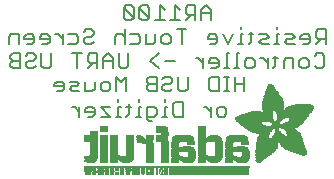
<source format=gbr>
G04 EAGLE Gerber RS-274X export*
G75*
%MOMM*%
%FSLAX34Y34*%
%LPD*%
%INSilkscreen Bottom*%
%IPPOS*%
%AMOC8*
5,1,8,0,0,1.08239X$1,22.5*%
G01*
%ADD10C,0.177800*%
%ADD11R,6.839700X0.016800*%
%ADD12R,0.268300X0.016800*%
%ADD13R,0.268200X0.016800*%
%ADD14R,0.251500X0.016800*%
%ADD15R,0.301800X0.016800*%
%ADD16R,0.251400X0.016800*%
%ADD17R,0.285000X0.016800*%
%ADD18R,0.301700X0.016800*%
%ADD19R,0.419100X0.016800*%
%ADD20R,0.318500X0.016800*%
%ADD21R,0.586700X0.016800*%
%ADD22R,0.586800X0.016800*%
%ADD23R,6.839700X0.016700*%
%ADD24R,0.268300X0.016700*%
%ADD25R,0.251400X0.016700*%
%ADD26R,0.251500X0.016700*%
%ADD27R,0.301800X0.016700*%
%ADD28R,0.285000X0.016700*%
%ADD29R,0.301700X0.016700*%
%ADD30R,0.419100X0.016700*%
%ADD31R,0.318500X0.016700*%
%ADD32R,0.586700X0.016700*%
%ADD33R,0.586800X0.016700*%
%ADD34R,0.318600X0.016800*%
%ADD35R,0.569900X0.016800*%
%ADD36R,0.335300X0.016800*%
%ADD37R,0.234700X0.016800*%
%ADD38R,0.234700X0.016700*%
%ADD39R,0.016700X0.016700*%
%ADD40R,0.318600X0.016700*%
%ADD41R,0.569900X0.016700*%
%ADD42R,0.335300X0.016700*%
%ADD43R,0.217900X0.016800*%
%ADD44R,0.033500X0.016800*%
%ADD45R,0.570000X0.016800*%
%ADD46R,0.201100X0.016700*%
%ADD47R,0.050300X0.016700*%
%ADD48R,0.670500X0.016700*%
%ADD49R,1.005800X0.016700*%
%ADD50R,0.570000X0.016700*%
%ADD51R,0.201100X0.016800*%
%ADD52R,0.067000X0.016800*%
%ADD53R,0.670500X0.016800*%
%ADD54R,1.005800X0.016800*%
%ADD55R,0.184400X0.016800*%
%ADD56R,0.989000X0.016800*%
%ADD57R,0.184400X0.016700*%
%ADD58R,0.067000X0.016700*%
%ADD59R,0.989000X0.016700*%
%ADD60R,0.167600X0.016800*%
%ADD61R,0.083800X0.016800*%
%ADD62R,0.637000X0.016800*%
%ADD63R,0.955500X0.016800*%
%ADD64R,0.150800X0.016800*%
%ADD65R,0.100600X0.016800*%
%ADD66R,0.536400X0.016800*%
%ADD67R,0.854900X0.016800*%
%ADD68R,0.150800X0.016700*%
%ADD69R,0.100600X0.016700*%
%ADD70R,0.352000X0.016700*%
%ADD71R,0.435900X0.016700*%
%ADD72R,0.402400X0.016700*%
%ADD73R,0.368800X0.016700*%
%ADD74R,0.134100X0.016800*%
%ADD75R,0.117300X0.016800*%
%ADD76R,0.435900X0.016800*%
%ADD77R,0.368900X0.016800*%
%ADD78R,0.603500X0.016800*%
%ADD79R,0.134100X0.016700*%
%ADD80R,0.117300X0.016700*%
%ADD81R,0.452600X0.016700*%
%ADD82R,0.620300X0.016700*%
%ADD83R,0.284900X0.016800*%
%ADD84R,0.486200X0.016800*%
%ADD85R,0.653800X0.016800*%
%ADD86R,0.804700X0.016800*%
%ADD87R,0.150900X0.016700*%
%ADD88R,0.268200X0.016700*%
%ADD89R,0.737600X0.016700*%
%ADD90R,0.603500X0.016700*%
%ADD91R,0.922000X0.016700*%
%ADD92R,0.150900X0.016800*%
%ADD93R,0.821400X0.016800*%
%ADD94R,0.972300X0.016800*%
%ADD95R,0.989100X0.016800*%
%ADD96R,0.083800X0.016700*%
%ADD97R,0.167600X0.016700*%
%ADD98R,0.821400X0.016700*%
%ADD99R,0.989100X0.016700*%
%ADD100R,0.201200X0.016700*%
%ADD101R,0.050300X0.016800*%
%ADD102R,0.201200X0.016800*%
%ADD103R,0.217900X0.016700*%
%ADD104R,0.284900X0.016700*%
%ADD105R,0.352100X0.016800*%
%ADD106R,0.620300X0.016800*%
%ADD107R,0.385600X0.016800*%
%ADD108R,0.335200X0.016800*%
%ADD109R,0.385600X0.016700*%
%ADD110R,0.687400X0.016700*%
%ADD111R,13.998000X0.016800*%
%ADD112R,13.998000X0.016700*%
%ADD113R,0.637000X0.016700*%
%ADD114R,0.486100X0.016700*%
%ADD115R,0.637100X0.016700*%
%ADD116R,0.519700X0.016700*%
%ADD117R,0.536500X0.016700*%
%ADD118R,0.787900X0.016800*%
%ADD119R,0.687400X0.016800*%
%ADD120R,0.771200X0.016800*%
%ADD121R,0.637100X0.016800*%
%ADD122R,0.720800X0.016800*%
%ADD123R,0.704100X0.016800*%
%ADD124R,0.754400X0.016800*%
%ADD125R,0.838200X0.016700*%
%ADD126R,0.871800X0.016700*%
%ADD127R,0.871700X0.016700*%
%ADD128R,0.402400X0.016800*%
%ADD129R,0.922100X0.016800*%
%ADD130R,0.938800X0.016800*%
%ADD131R,0.938800X0.016700*%
%ADD132R,1.022600X0.016700*%
%ADD133R,0.972400X0.016700*%
%ADD134R,0.972300X0.016700*%
%ADD135R,0.469400X0.016800*%
%ADD136R,1.072900X0.016800*%
%ADD137R,1.022600X0.016800*%
%ADD138R,1.005900X0.016800*%
%ADD139R,0.502900X0.016800*%
%ADD140R,1.123200X0.016800*%
%ADD141R,1.056200X0.016800*%
%ADD142R,1.123100X0.016800*%
%ADD143R,1.139900X0.016700*%
%ADD144R,1.089600X0.016700*%
%ADD145R,0.553200X0.016800*%
%ADD146R,1.190200X0.016800*%
%ADD147R,1.190300X0.016800*%
%ADD148R,1.039400X0.016800*%
%ADD149R,1.223700X0.016800*%
%ADD150R,1.173500X0.016800*%
%ADD151R,1.223800X0.016800*%
%ADD152R,1.240500X0.016700*%
%ADD153R,1.173500X0.016700*%
%ADD154R,1.240600X0.016700*%
%ADD155R,1.190300X0.016700*%
%ADD156R,1.056200X0.016700*%
%ADD157R,1.274100X0.016800*%
%ADD158R,1.274000X0.016800*%
%ADD159R,1.307600X0.016800*%
%ADD160R,1.257300X0.016800*%
%ADD161R,1.324400X0.016800*%
%ADD162R,0.687300X0.016700*%
%ADD163R,1.324400X0.016700*%
%ADD164R,1.307500X0.016700*%
%ADD165R,1.274100X0.016700*%
%ADD166R,1.072900X0.016700*%
%ADD167R,2.011600X0.016800*%
%ADD168R,1.324300X0.016800*%
%ADD169R,1.978100X0.016800*%
%ADD170R,2.011600X0.016700*%
%ADD171R,1.357900X0.016700*%
%ADD172R,1.994900X0.016700*%
%ADD173R,1.341200X0.016700*%
%ADD174R,1.089700X0.016700*%
%ADD175R,0.754300X0.016800*%
%ADD176R,1.994900X0.016800*%
%ADD177R,1.995000X0.016800*%
%ADD178R,1.089700X0.016800*%
%ADD179R,0.787900X0.016700*%
%ADD180R,1.995000X0.016700*%
%ADD181R,2.028400X0.016800*%
%ADD182R,2.011700X0.016800*%
%ADD183R,1.106500X0.016800*%
%ADD184R,2.028400X0.016700*%
%ADD185R,2.011700X0.016700*%
%ADD186R,1.106500X0.016700*%
%ADD187R,0.888400X0.016800*%
%ADD188R,0.922000X0.016800*%
%ADD189R,0.938700X0.016700*%
%ADD190R,2.045200X0.016800*%
%ADD191R,0.938700X0.016800*%
%ADD192R,0.670600X0.016700*%
%ADD193R,0.888500X0.016700*%
%ADD194R,2.045200X0.016700*%
%ADD195R,0.888400X0.016700*%
%ADD196R,0.804600X0.016800*%
%ADD197R,2.028500X0.016800*%
%ADD198R,1.056100X0.016700*%
%ADD199R,0.771100X0.016700*%
%ADD200R,0.754300X0.016700*%
%ADD201R,2.028500X0.016700*%
%ADD202R,0.737700X0.016700*%
%ADD203R,1.072800X0.016800*%
%ADD204R,0.871700X0.016800*%
%ADD205R,0.737600X0.016800*%
%ADD206R,0.871800X0.016800*%
%ADD207R,1.089600X0.016800*%
%ADD208R,0.704000X0.016800*%
%ADD209R,0.687300X0.016800*%
%ADD210R,0.670600X0.016800*%
%ADD211R,1.123100X0.016700*%
%ADD212R,0.720800X0.016700*%
%ADD213R,0.653700X0.016700*%
%ADD214R,0.653800X0.016700*%
%ADD215R,1.139900X0.016800*%
%ADD216R,1.173400X0.016800*%
%ADD217R,1.190200X0.016700*%
%ADD218R,1.207000X0.016800*%
%ADD219R,1.240500X0.016800*%
%ADD220R,0.469400X0.016700*%
%ADD221R,1.274000X0.016700*%
%ADD222R,0.519600X0.016800*%
%ADD223R,1.341100X0.016800*%
%ADD224R,0.771200X0.016700*%
%ADD225R,1.374600X0.016700*%
%ADD226R,0.838200X0.016800*%
%ADD227R,1.391400X0.016800*%
%ADD228R,1.424900X0.016800*%
%ADD229R,1.441700X0.016700*%
%ADD230R,1.475200X0.016800*%
%ADD231R,1.491900X0.016700*%
%ADD232R,1.525500X0.016800*%
%ADD233R,1.559000X0.016700*%
%ADD234R,1.575800X0.016800*%
%ADD235R,1.307600X0.016700*%
%ADD236R,1.592500X0.016700*%
%ADD237R,1.374700X0.016800*%
%ADD238R,1.609300X0.016800*%
%ADD239R,1.408200X0.016800*%
%ADD240R,1.626100X0.016800*%
%ADD241R,1.626100X0.016700*%
%ADD242R,1.508800X0.016800*%
%ADD243R,1.659600X0.016800*%
%ADD244R,1.559000X0.016800*%
%ADD245R,1.676400X0.016800*%
%ADD246R,1.575800X0.016700*%
%ADD247R,1.676400X0.016700*%
%ADD248R,1.978100X0.016700*%
%ADD249R,1.693100X0.016800*%
%ADD250R,1.642800X0.016800*%
%ADD251R,1.709900X0.016800*%
%ADD252R,1.961300X0.016800*%
%ADD253R,1.726600X0.016700*%
%ADD254R,1.961300X0.016700*%
%ADD255R,1.693200X0.016800*%
%ADD256R,1.726600X0.016800*%
%ADD257R,1.944600X0.016800*%
%ADD258R,1.726700X0.016700*%
%ADD259R,1.743400X0.016700*%
%ADD260R,1.944600X0.016700*%
%ADD261R,1.726700X0.016800*%
%ADD262R,1.760200X0.016800*%
%ADD263R,1.927800X0.016800*%
%ADD264R,1.911000X0.016800*%
%ADD265R,1.793700X0.016700*%
%ADD266R,1.776900X0.016700*%
%ADD267R,1.911100X0.016700*%
%ADD268R,1.894300X0.016700*%
%ADD269R,1.793800X0.016800*%
%ADD270R,1.776900X0.016800*%
%ADD271R,1.911100X0.016800*%
%ADD272R,1.894300X0.016800*%
%ADD273R,1.827300X0.016800*%
%ADD274R,1.810500X0.016800*%
%ADD275R,1.877500X0.016800*%
%ADD276R,1.844100X0.016700*%
%ADD277R,1.810500X0.016700*%
%ADD278R,1.860800X0.016700*%
%ADD279R,1.844000X0.016700*%
%ADD280R,1.860900X0.016800*%
%ADD281R,1.844000X0.016800*%
%ADD282R,1.827200X0.016800*%
%ADD283R,1.860800X0.016800*%
%ADD284R,1.793700X0.016800*%
%ADD285R,1.877600X0.016700*%
%ADD286R,1.827200X0.016700*%
%ADD287R,1.927800X0.016700*%
%ADD288R,1.927900X0.016800*%
%ADD289R,1.944700X0.016700*%
%ADD290R,1.877500X0.016700*%
%ADD291R,1.961400X0.016800*%
%ADD292R,1.961400X0.016700*%
%ADD293R,1.978200X0.016800*%
%ADD294R,1.911000X0.016700*%
%ADD295R,0.620200X0.016800*%
%ADD296R,1.425000X0.016800*%
%ADD297R,0.620200X0.016700*%
%ADD298R,1.425000X0.016700*%
%ADD299R,0.653700X0.016800*%
%ADD300R,0.704100X0.016700*%
%ADD301R,0.804700X0.016700*%
%ADD302R,0.905200X0.016800*%
%ADD303R,1.894400X0.016800*%
%ADD304R,1.927900X0.016700*%
%ADD305R,1.877600X0.016800*%
%ADD306R,3.889300X0.016800*%
%ADD307R,3.872500X0.016700*%
%ADD308R,3.872500X0.016800*%
%ADD309R,3.855700X0.016700*%
%ADD310R,0.754400X0.016700*%
%ADD311R,3.855700X0.016800*%
%ADD312R,3.839000X0.016800*%
%ADD313R,0.720900X0.016800*%
%ADD314R,3.822200X0.016700*%
%ADD315R,2.715700X0.016800*%
%ADD316R,2.632000X0.016800*%
%ADD317R,1.290800X0.016800*%
%ADD318R,2.615200X0.016700*%
%ADD319R,1.257300X0.016700*%
%ADD320R,2.581700X0.016800*%
%ADD321R,1.240600X0.016800*%
%ADD322R,2.564900X0.016800*%
%ADD323R,1.760300X0.016800*%
%ADD324R,2.531400X0.016700*%
%ADD325R,1.156700X0.016700*%
%ADD326R,2.514600X0.016800*%
%ADD327R,0.955600X0.016800*%
%ADD328R,2.497800X0.016800*%
%ADD329R,1.659700X0.016800*%
%ADD330R,2.464300X0.016700*%
%ADD331R,1.039300X0.016700*%
%ADD332R,2.447500X0.016800*%
%ADD333R,1.592500X0.016800*%
%ADD334R,0.536500X0.016800*%
%ADD335R,2.430800X0.016700*%
%ADD336R,1.559100X0.016700*%
%ADD337R,1.542300X0.016700*%
%ADD338R,0.502900X0.016700*%
%ADD339R,2.414000X0.016800*%
%ADD340R,0.905300X0.016800*%
%ADD341R,1.508700X0.016800*%
%ADD342R,0.888500X0.016800*%
%ADD343R,2.397300X0.016800*%
%ADD344R,1.441700X0.016800*%
%ADD345R,0.452700X0.016800*%
%ADD346R,1.290900X0.016700*%
%ADD347R,1.156700X0.016800*%
%ADD348R,0.855000X0.016800*%
%ADD349R,1.123200X0.016700*%
%ADD350R,0.720900X0.016700*%
%ADD351R,1.106400X0.016800*%
%ADD352R,1.106400X0.016700*%
%ADD353R,0.771100X0.016800*%
%ADD354R,0.435800X0.016700*%
%ADD355R,1.592600X0.016700*%
%ADD356R,0.435800X0.016800*%
%ADD357R,1.642900X0.016800*%
%ADD358R,0.402300X0.016800*%
%ADD359R,1.793800X0.016700*%
%ADD360R,0.368800X0.016800*%
%ADD361R,1.056100X0.016800*%
%ADD362R,1.039400X0.016700*%
%ADD363R,2.078800X0.016800*%
%ADD364R,0.335200X0.016700*%
%ADD365R,2.145800X0.016700*%
%ADD366R,2.162600X0.016800*%
%ADD367R,0.352000X0.016800*%
%ADD368R,2.212800X0.016800*%
%ADD369R,2.279900X0.016700*%
%ADD370R,2.330200X0.016800*%
%ADD371R,2.799500X0.016800*%
%ADD372R,2.816300X0.016700*%
%ADD373R,0.955500X0.016700*%
%ADD374R,2.849900X0.016800*%
%ADD375R,2.916900X0.016800*%
%ADD376R,4.224500X0.016700*%
%ADD377R,4.291600X0.016800*%
%ADD378R,4.409000X0.016800*%
%ADD379R,4.509500X0.016700*%
%ADD380R,4.526300X0.016800*%
%ADD381R,4.626800X0.016700*%
%ADD382R,4.693900X0.016800*%
%ADD383R,4.727400X0.016800*%
%ADD384R,2.548200X0.016700*%
%ADD385R,2.179300X0.016700*%
%ADD386R,2.430800X0.016800*%
%ADD387R,2.414000X0.016700*%
%ADD388R,2.414100X0.016800*%
%ADD389R,2.430700X0.016700*%
%ADD390R,2.447600X0.016700*%
%ADD391R,1.559100X0.016800*%
%ADD392R,1.525500X0.016700*%
%ADD393R,1.492000X0.016800*%
%ADD394R,1.491900X0.016800*%
%ADD395R,1.458500X0.016700*%
%ADD396R,2.061900X0.016800*%
%ADD397R,1.408100X0.016700*%
%ADD398R,0.905200X0.016700*%
%ADD399R,2.112300X0.016700*%
%ADD400R,2.179300X0.016800*%
%ADD401R,1.408200X0.016700*%
%ADD402R,2.212900X0.016700*%
%ADD403R,1.140000X0.016800*%
%ADD404R,3.319300X0.016800*%
%ADD405R,1.374700X0.016700*%
%ADD406R,0.402300X0.016700*%
%ADD407R,3.302500X0.016700*%
%ADD408R,3.285700X0.016800*%
%ADD409R,1.357900X0.016800*%
%ADD410R,3.269000X0.016800*%
%ADD411R,3.285800X0.016700*%
%ADD412R,3.268900X0.016800*%
%ADD413R,0.452700X0.016700*%
%ADD414R,3.268900X0.016700*%
%ADD415R,1.391400X0.016700*%
%ADD416R,3.269000X0.016700*%
%ADD417R,1.374600X0.016800*%
%ADD418R,0.519700X0.016800*%
%ADD419R,3.252200X0.016800*%
%ADD420R,3.235400X0.016800*%
%ADD421R,3.235400X0.016700*%
%ADD422R,3.218600X0.016800*%
%ADD423R,3.201900X0.016800*%
%ADD424R,3.201900X0.016700*%
%ADD425R,1.458500X0.016800*%
%ADD426R,1.525600X0.016800*%
%ADD427R,3.185100X0.016800*%
%ADD428R,2.531300X0.016700*%
%ADD429R,3.168400X0.016700*%
%ADD430R,2.531300X0.016800*%
%ADD431R,3.151600X0.016800*%
%ADD432R,2.548100X0.016800*%
%ADD433R,3.134900X0.016800*%
%ADD434R,2.564900X0.016700*%
%ADD435R,3.118100X0.016700*%
%ADD436R,2.581600X0.016800*%
%ADD437R,3.101400X0.016800*%
%ADD438R,2.598400X0.016700*%
%ADD439R,3.067900X0.016700*%
%ADD440R,2.598400X0.016800*%
%ADD441R,3.034300X0.016800*%
%ADD442R,2.615100X0.016800*%
%ADD443R,3.000800X0.016800*%
%ADD444R,2.631900X0.016700*%
%ADD445R,2.950500X0.016700*%
%ADD446R,2.648700X0.016800*%
%ADD447R,2.900200X0.016800*%
%ADD448R,2.665500X0.016800*%
%ADD449R,2.682200X0.016700*%
%ADD450R,2.799600X0.016700*%
%ADD451R,2.699000X0.016800*%
%ADD452R,2.732500X0.016800*%
%ADD453R,2.749300X0.016700*%
%ADD454R,2.632000X0.016700*%
%ADD455R,2.749300X0.016800*%
%ADD456R,2.766100X0.016700*%
%ADD457R,2.766100X0.016800*%
%ADD458R,2.481100X0.016800*%
%ADD459R,2.782900X0.016800*%
%ADD460R,2.380500X0.016700*%
%ADD461R,2.833100X0.016800*%
%ADD462R,1.592600X0.016800*%
%ADD463R,2.849900X0.016700*%
%ADD464R,2.883400X0.016800*%
%ADD465R,2.917000X0.016700*%
%ADD466R,2.933700X0.016800*%
%ADD467R,2.967200X0.016800*%
%ADD468R,2.967200X0.016700*%
%ADD469R,3.017500X0.016700*%
%ADD470R,3.051000X0.016800*%
%ADD471R,0.788000X0.016800*%
%ADD472R,3.084600X0.016800*%
%ADD473R,2.397300X0.016700*%
%ADD474R,2.397200X0.016800*%
%ADD475R,1.760200X0.016700*%
%ADD476R,2.397200X0.016700*%
%ADD477R,1.827300X0.016700*%
%ADD478R,2.380500X0.016800*%
%ADD479R,2.363700X0.016800*%
%ADD480R,2.363700X0.016700*%
%ADD481R,2.346900X0.016800*%
%ADD482R,2.296600X0.016700*%
%ADD483R,2.279900X0.016800*%
%ADD484R,2.246300X0.016800*%
%ADD485R,2.229600X0.016700*%
%ADD486R,2.129100X0.016800*%
%ADD487R,2.112300X0.016800*%
%ADD488R,1.609300X0.016700*%
%ADD489R,1.743400X0.016800*%
%ADD490R,1.693100X0.016700*%
%ADD491R,1.659700X0.016700*%
%ADD492R,1.575900X0.016800*%
%ADD493R,1.575900X0.016700*%
%ADD494R,1.475200X0.016700*%
%ADD495R,1.324300X0.016700*%
%ADD496R,1.290800X0.016700*%
%ADD497R,1.207000X0.016700*%
%ADD498R,0.854900X0.016700*%
%ADD499R,0.821500X0.016700*%
%ADD500R,0.821500X0.016800*%
%ADD501R,0.218000X0.016800*%


D10*
X122223Y148717D02*
X122223Y157021D01*
X118071Y161174D01*
X113918Y157021D01*
X113918Y148717D01*
X113918Y154945D02*
X122223Y154945D01*
X109126Y148717D02*
X109126Y161174D01*
X102897Y161174D01*
X100821Y159098D01*
X100821Y154945D01*
X102897Y152869D01*
X109126Y152869D01*
X104973Y152869D02*
X100821Y148717D01*
X96028Y157021D02*
X91876Y161174D01*
X91876Y148717D01*
X96028Y148717D02*
X87724Y148717D01*
X82931Y157021D02*
X78779Y161174D01*
X78779Y148717D01*
X82931Y148717D02*
X74627Y148717D01*
X69834Y150793D02*
X69834Y159098D01*
X67758Y161174D01*
X63606Y161174D01*
X61529Y159098D01*
X61529Y150793D01*
X63606Y148717D01*
X67758Y148717D01*
X69834Y150793D01*
X61529Y159098D01*
X56737Y159098D02*
X56737Y150793D01*
X56737Y159098D02*
X54660Y161174D01*
X50508Y161174D01*
X48432Y159098D01*
X48432Y150793D01*
X50508Y148717D01*
X54660Y148717D01*
X56737Y150793D01*
X48432Y159098D01*
X219361Y140854D02*
X219361Y128397D01*
X219361Y140854D02*
X213133Y140854D01*
X211057Y138778D01*
X211057Y134625D01*
X213133Y132549D01*
X219361Y132549D01*
X215209Y132549D02*
X211057Y128397D01*
X204188Y128397D02*
X200035Y128397D01*
X204188Y128397D02*
X206264Y130473D01*
X206264Y134625D01*
X204188Y136701D01*
X200035Y136701D01*
X197959Y134625D01*
X197959Y132549D01*
X206264Y132549D01*
X193166Y128397D02*
X186938Y128397D01*
X184862Y130473D01*
X186938Y132549D01*
X191090Y132549D01*
X193166Y134625D01*
X191090Y136701D01*
X184862Y136701D01*
X180069Y136701D02*
X177993Y136701D01*
X177993Y128397D01*
X180069Y128397D02*
X175917Y128397D01*
X177993Y140854D02*
X177993Y142930D01*
X171338Y128397D02*
X165109Y128397D01*
X163033Y130473D01*
X165109Y132549D01*
X169262Y132549D01*
X171338Y134625D01*
X169262Y136701D01*
X163033Y136701D01*
X156164Y138778D02*
X156164Y130473D01*
X154088Y128397D01*
X154088Y136701D02*
X158240Y136701D01*
X149509Y136701D02*
X147433Y136701D01*
X147433Y128397D01*
X149509Y128397D02*
X145357Y128397D01*
X147433Y140854D02*
X147433Y142930D01*
X140777Y136701D02*
X136625Y128397D01*
X132473Y136701D01*
X125604Y128397D02*
X121452Y128397D01*
X125604Y128397D02*
X127680Y130473D01*
X127680Y134625D01*
X125604Y136701D01*
X121452Y136701D01*
X119376Y134625D01*
X119376Y132549D01*
X127680Y132549D01*
X97334Y128397D02*
X97334Y140854D01*
X101486Y140854D02*
X93181Y140854D01*
X86312Y128397D02*
X82160Y128397D01*
X80084Y130473D01*
X80084Y134625D01*
X82160Y136701D01*
X86312Y136701D01*
X88388Y134625D01*
X88388Y130473D01*
X86312Y128397D01*
X75291Y130473D02*
X75291Y136701D01*
X75291Y130473D02*
X73215Y128397D01*
X66987Y128397D01*
X66987Y136701D01*
X60118Y136701D02*
X53890Y136701D01*
X60118Y136701D02*
X62194Y134625D01*
X62194Y130473D01*
X60118Y128397D01*
X53890Y128397D01*
X49097Y128397D02*
X49097Y140854D01*
X47021Y136701D02*
X49097Y134625D01*
X47021Y136701D02*
X42868Y136701D01*
X40792Y134625D01*
X40792Y128397D01*
X16674Y140854D02*
X14598Y138778D01*
X16674Y140854D02*
X20826Y140854D01*
X22902Y138778D01*
X22902Y136701D01*
X20826Y134625D01*
X16674Y134625D01*
X14598Y132549D01*
X14598Y130473D01*
X16674Y128397D01*
X20826Y128397D01*
X22902Y130473D01*
X7729Y136701D02*
X1501Y136701D01*
X7729Y136701D02*
X9805Y134625D01*
X9805Y130473D01*
X7729Y128397D01*
X1501Y128397D01*
X-3292Y128397D02*
X-3292Y136701D01*
X-3292Y132549D02*
X-7445Y136701D01*
X-9521Y136701D01*
X-16283Y128397D02*
X-20435Y128397D01*
X-16283Y128397D02*
X-14207Y130473D01*
X-14207Y134625D01*
X-16283Y136701D01*
X-20435Y136701D01*
X-22511Y134625D01*
X-22511Y132549D01*
X-14207Y132549D01*
X-29380Y128397D02*
X-33532Y128397D01*
X-29380Y128397D02*
X-27304Y130473D01*
X-27304Y134625D01*
X-29380Y136701D01*
X-33532Y136701D01*
X-35608Y134625D01*
X-35608Y132549D01*
X-27304Y132549D01*
X-40401Y128397D02*
X-40401Y136701D01*
X-46630Y136701D01*
X-48706Y134625D01*
X-48706Y128397D01*
X209965Y118458D02*
X212041Y120534D01*
X216193Y120534D01*
X218270Y118458D01*
X218270Y110153D01*
X216193Y108077D01*
X212041Y108077D01*
X209965Y110153D01*
X203096Y108077D02*
X198944Y108077D01*
X196868Y110153D01*
X196868Y114305D01*
X198944Y116381D01*
X203096Y116381D01*
X205172Y114305D01*
X205172Y110153D01*
X203096Y108077D01*
X192075Y108077D02*
X192075Y116381D01*
X185847Y116381D01*
X183771Y114305D01*
X183771Y108077D01*
X176902Y110153D02*
X176902Y118458D01*
X176902Y110153D02*
X174826Y108077D01*
X174826Y116381D02*
X178978Y116381D01*
X170246Y116381D02*
X170246Y108077D01*
X170246Y112229D02*
X166094Y116381D01*
X164018Y116381D01*
X157256Y108077D02*
X153104Y108077D01*
X151027Y110153D01*
X151027Y114305D01*
X153104Y116381D01*
X157256Y116381D01*
X159332Y114305D01*
X159332Y110153D01*
X157256Y108077D01*
X146235Y120534D02*
X144159Y120534D01*
X144159Y108077D01*
X146235Y108077D02*
X142082Y108077D01*
X137503Y120534D02*
X135427Y120534D01*
X135427Y108077D01*
X137503Y108077D02*
X133351Y108077D01*
X126696Y108077D02*
X122543Y108077D01*
X126696Y108077D02*
X128772Y110153D01*
X128772Y114305D01*
X126696Y116381D01*
X122543Y116381D01*
X120467Y114305D01*
X120467Y112229D01*
X128772Y112229D01*
X115674Y108077D02*
X115674Y116381D01*
X115674Y112229D02*
X111522Y116381D01*
X109446Y116381D01*
X91663Y114305D02*
X83358Y114305D01*
X78566Y120534D02*
X70261Y114305D01*
X78566Y108077D01*
X52371Y110153D02*
X52371Y120534D01*
X52371Y110153D02*
X50295Y108077D01*
X46143Y108077D01*
X44067Y110153D01*
X44067Y120534D01*
X39274Y116381D02*
X39274Y108077D01*
X39274Y116381D02*
X35122Y120534D01*
X30969Y116381D01*
X30969Y108077D01*
X30969Y114305D02*
X39274Y114305D01*
X26177Y108077D02*
X26177Y120534D01*
X19948Y120534D01*
X17872Y118458D01*
X17872Y114305D01*
X19948Y112229D01*
X26177Y112229D01*
X22024Y112229D02*
X17872Y108077D01*
X8927Y108077D02*
X8927Y120534D01*
X13079Y120534D02*
X4775Y120534D01*
X-13115Y120534D02*
X-13115Y110153D01*
X-15191Y108077D01*
X-19344Y108077D01*
X-21420Y110153D01*
X-21420Y120534D01*
X-32441Y120534D02*
X-34517Y118458D01*
X-32441Y120534D02*
X-28289Y120534D01*
X-26213Y118458D01*
X-26213Y116381D01*
X-28289Y114305D01*
X-32441Y114305D01*
X-34517Y112229D01*
X-34517Y110153D01*
X-32441Y108077D01*
X-28289Y108077D01*
X-26213Y110153D01*
X-39310Y108077D02*
X-39310Y120534D01*
X-45538Y120534D01*
X-47614Y118458D01*
X-47614Y116381D01*
X-45538Y114305D01*
X-47614Y112229D01*
X-47614Y110153D01*
X-45538Y108077D01*
X-39310Y108077D01*
X-39310Y114305D02*
X-45538Y114305D01*
X150640Y100722D02*
X150640Y88265D01*
X150640Y94493D02*
X142336Y94493D01*
X142336Y88265D02*
X142336Y100722D01*
X137543Y88265D02*
X133391Y88265D01*
X135467Y88265D02*
X135467Y100722D01*
X137543Y100722D02*
X133391Y100722D01*
X128812Y100722D02*
X128812Y88265D01*
X122583Y88265D01*
X120507Y90341D01*
X120507Y98646D01*
X122583Y100722D01*
X128812Y100722D01*
X102617Y100722D02*
X102617Y90341D01*
X100541Y88265D01*
X96389Y88265D01*
X94313Y90341D01*
X94313Y100722D01*
X83292Y100722D02*
X81215Y98646D01*
X83292Y100722D02*
X87444Y100722D01*
X89520Y98646D01*
X89520Y96569D01*
X87444Y94493D01*
X83292Y94493D01*
X81215Y92417D01*
X81215Y90341D01*
X83292Y88265D01*
X87444Y88265D01*
X89520Y90341D01*
X76423Y88265D02*
X76423Y100722D01*
X70194Y100722D01*
X68118Y98646D01*
X68118Y96569D01*
X70194Y94493D01*
X68118Y92417D01*
X68118Y90341D01*
X70194Y88265D01*
X76423Y88265D01*
X76423Y94493D02*
X70194Y94493D01*
X50228Y88265D02*
X50228Y100722D01*
X46076Y96569D01*
X41924Y100722D01*
X41924Y88265D01*
X35055Y88265D02*
X30903Y88265D01*
X28826Y90341D01*
X28826Y94493D01*
X30903Y96569D01*
X35055Y96569D01*
X37131Y94493D01*
X37131Y90341D01*
X35055Y88265D01*
X24034Y90341D02*
X24034Y96569D01*
X24034Y90341D02*
X21958Y88265D01*
X15729Y88265D01*
X15729Y96569D01*
X10936Y88265D02*
X4708Y88265D01*
X2632Y90341D01*
X4708Y92417D01*
X8860Y92417D01*
X10936Y94493D01*
X8860Y96569D01*
X2632Y96569D01*
X-4237Y88265D02*
X-8389Y88265D01*
X-4237Y88265D02*
X-2161Y90341D01*
X-2161Y94493D01*
X-4237Y96569D01*
X-8389Y96569D01*
X-10465Y94493D01*
X-10465Y92417D01*
X-2161Y92417D01*
X129132Y66929D02*
X133284Y66929D01*
X129132Y66929D02*
X127056Y69005D01*
X127056Y73157D01*
X129132Y75233D01*
X133284Y75233D01*
X135360Y73157D01*
X135360Y69005D01*
X133284Y66929D01*
X122263Y66929D02*
X122263Y75233D01*
X122263Y71081D02*
X118111Y75233D01*
X116035Y75233D01*
X98251Y79386D02*
X98251Y66929D01*
X92023Y66929D01*
X89947Y69005D01*
X89947Y77310D01*
X92023Y79386D01*
X98251Y79386D01*
X85154Y75233D02*
X83078Y75233D01*
X83078Y66929D01*
X85154Y66929D02*
X81002Y66929D01*
X83078Y79386D02*
X83078Y81462D01*
X72270Y62777D02*
X70194Y62777D01*
X68118Y64853D01*
X68118Y75233D01*
X74347Y75233D01*
X76423Y73157D01*
X76423Y69005D01*
X74347Y66929D01*
X68118Y66929D01*
X63325Y75233D02*
X61249Y75233D01*
X61249Y66929D01*
X63325Y66929D02*
X59173Y66929D01*
X61249Y79386D02*
X61249Y81462D01*
X52518Y77310D02*
X52518Y69005D01*
X50442Y66929D01*
X50442Y75233D02*
X54594Y75233D01*
X45862Y75233D02*
X43786Y75233D01*
X43786Y66929D01*
X45862Y66929D02*
X41710Y66929D01*
X43786Y79386D02*
X43786Y81462D01*
X37131Y75233D02*
X28826Y75233D01*
X37131Y66929D01*
X28826Y66929D01*
X21958Y66929D02*
X17805Y66929D01*
X21958Y66929D02*
X24034Y69005D01*
X24034Y73157D01*
X21958Y75233D01*
X17805Y75233D01*
X15729Y73157D01*
X15729Y71081D01*
X24034Y71081D01*
X10936Y66929D02*
X10936Y75233D01*
X10936Y71081D02*
X6784Y75233D01*
X4708Y75233D01*
D11*
X120882Y17780D03*
D12*
X84336Y17780D03*
D13*
X80815Y17780D03*
D14*
X76373Y17780D03*
D12*
X72769Y17780D03*
D15*
X68745Y17780D03*
D16*
X64638Y17780D03*
D17*
X60782Y17780D03*
D18*
X56843Y17780D03*
D19*
X52233Y17780D03*
X47036Y17780D03*
D20*
X42342Y17780D03*
D17*
X38318Y17780D03*
X34463Y17780D03*
D21*
X28931Y17780D03*
D18*
X23483Y17780D03*
D22*
X18034Y17780D03*
D23*
X120882Y17948D03*
D24*
X84336Y17948D03*
D25*
X80899Y17948D03*
D26*
X76373Y17948D03*
D27*
X72601Y17948D03*
D28*
X68661Y17948D03*
D29*
X64722Y17948D03*
D28*
X60782Y17948D03*
D29*
X56843Y17948D03*
D30*
X52233Y17948D03*
X47036Y17948D03*
D31*
X42342Y17948D03*
D28*
X38318Y17948D03*
X34463Y17948D03*
D32*
X28931Y17948D03*
D31*
X23567Y17948D03*
D33*
X18034Y17948D03*
D11*
X120882Y18115D03*
D12*
X84336Y18115D03*
D16*
X80899Y18115D03*
D14*
X76373Y18115D03*
D34*
X72517Y18115D03*
D12*
X68578Y18115D03*
D20*
X64638Y18115D03*
D17*
X60782Y18115D03*
D20*
X56927Y18115D03*
D19*
X52233Y18115D03*
X47036Y18115D03*
D20*
X42342Y18115D03*
D17*
X38318Y18115D03*
X34463Y18115D03*
D35*
X29015Y18115D03*
D36*
X23483Y18115D03*
D22*
X18034Y18115D03*
D11*
X120882Y18283D03*
D12*
X84336Y18283D03*
D37*
X80983Y18283D03*
D14*
X76373Y18283D03*
D34*
X72517Y18283D03*
D12*
X68578Y18283D03*
D20*
X64638Y18283D03*
D16*
X60782Y18283D03*
D20*
X56927Y18283D03*
D19*
X52233Y18283D03*
X47036Y18283D03*
D20*
X42342Y18283D03*
D17*
X38318Y18283D03*
X34463Y18283D03*
D35*
X29015Y18283D03*
D36*
X23483Y18283D03*
D22*
X18034Y18283D03*
D23*
X120882Y18451D03*
D24*
X84336Y18451D03*
D38*
X80983Y18451D03*
D39*
X78720Y18451D03*
D26*
X76373Y18451D03*
D40*
X72517Y18451D03*
D24*
X68578Y18451D03*
D31*
X64638Y18451D03*
D25*
X60782Y18451D03*
D31*
X56927Y18451D03*
D30*
X52233Y18451D03*
X47036Y18451D03*
D31*
X42342Y18451D03*
D28*
X38318Y18451D03*
X34463Y18451D03*
D41*
X29015Y18451D03*
D42*
X23483Y18451D03*
D33*
X18034Y18451D03*
D11*
X120882Y18618D03*
D12*
X84336Y18618D03*
D43*
X81067Y18618D03*
D44*
X78804Y18618D03*
D14*
X76373Y18618D03*
D34*
X72517Y18618D03*
D12*
X68578Y18618D03*
D20*
X64638Y18618D03*
D16*
X60782Y18618D03*
D20*
X56927Y18618D03*
D19*
X52233Y18618D03*
X47036Y18618D03*
D18*
X42426Y18618D03*
D17*
X38318Y18618D03*
X34463Y18618D03*
D35*
X29015Y18618D03*
D36*
X23483Y18618D03*
D45*
X17950Y18618D03*
D11*
X120882Y18786D03*
D12*
X84336Y18786D03*
D43*
X81067Y18786D03*
D44*
X78804Y18786D03*
D14*
X76373Y18786D03*
D34*
X72517Y18786D03*
D12*
X68578Y18786D03*
D20*
X64638Y18786D03*
D16*
X60782Y18786D03*
D20*
X56927Y18786D03*
D19*
X52233Y18786D03*
X47036Y18786D03*
D18*
X42426Y18786D03*
D17*
X38318Y18786D03*
X34463Y18786D03*
D35*
X29015Y18786D03*
D36*
X23483Y18786D03*
D45*
X17950Y18786D03*
D23*
X120882Y18954D03*
D24*
X84336Y18954D03*
D46*
X81151Y18954D03*
D47*
X78888Y18954D03*
D26*
X76373Y18954D03*
D40*
X72517Y18954D03*
D24*
X68578Y18954D03*
D31*
X64638Y18954D03*
D48*
X58687Y18954D03*
D30*
X52233Y18954D03*
X47036Y18954D03*
D29*
X42426Y18954D03*
D27*
X38402Y18954D03*
D28*
X34463Y18954D03*
D49*
X26835Y18954D03*
D50*
X17950Y18954D03*
D11*
X120882Y19121D03*
D12*
X84336Y19121D03*
D51*
X81151Y19121D03*
D52*
X78971Y19121D03*
D14*
X76373Y19121D03*
D34*
X72517Y19121D03*
D14*
X68494Y19121D03*
D20*
X64638Y19121D03*
D53*
X58687Y19121D03*
D19*
X52233Y19121D03*
X47036Y19121D03*
D18*
X42426Y19121D03*
D15*
X38402Y19121D03*
D17*
X34463Y19121D03*
D54*
X26835Y19121D03*
D22*
X18034Y19121D03*
D11*
X120882Y19289D03*
D12*
X84336Y19289D03*
D55*
X81234Y19289D03*
D52*
X78971Y19289D03*
D14*
X76373Y19289D03*
D36*
X72434Y19289D03*
D14*
X68494Y19289D03*
D20*
X64638Y19289D03*
D53*
X58687Y19289D03*
D19*
X52233Y19289D03*
X47036Y19289D03*
D18*
X42426Y19289D03*
D15*
X38402Y19289D03*
D17*
X34463Y19289D03*
D56*
X26919Y19289D03*
D22*
X18034Y19289D03*
D23*
X120882Y19457D03*
D24*
X84336Y19457D03*
D57*
X81234Y19457D03*
D58*
X78971Y19457D03*
D26*
X76373Y19457D03*
D42*
X72434Y19457D03*
D26*
X68494Y19457D03*
D31*
X64638Y19457D03*
D48*
X58687Y19457D03*
D30*
X52233Y19457D03*
X47036Y19457D03*
D28*
X42509Y19457D03*
D40*
X38486Y19457D03*
D28*
X34463Y19457D03*
D59*
X26919Y19457D03*
D33*
X18034Y19457D03*
D11*
X120882Y19624D03*
D12*
X84336Y19624D03*
D60*
X81318Y19624D03*
D61*
X79055Y19624D03*
D14*
X76373Y19624D03*
D36*
X72434Y19624D03*
D14*
X68494Y19624D03*
D20*
X64638Y19624D03*
D62*
X58854Y19624D03*
D19*
X52233Y19624D03*
X47036Y19624D03*
D34*
X38486Y19624D03*
D17*
X34463Y19624D03*
D63*
X27087Y19624D03*
D22*
X18034Y19624D03*
D11*
X120882Y19792D03*
D12*
X84336Y19792D03*
D64*
X81402Y19792D03*
D65*
X79139Y19792D03*
D14*
X76373Y19792D03*
D36*
X72434Y19792D03*
D14*
X68494Y19792D03*
D20*
X64638Y19792D03*
D66*
X59357Y19792D03*
D19*
X52233Y19792D03*
X47036Y19792D03*
D36*
X38570Y19792D03*
D17*
X34463Y19792D03*
D67*
X27590Y19792D03*
D22*
X18034Y19792D03*
D23*
X120882Y19960D03*
D24*
X84336Y19960D03*
D68*
X81402Y19960D03*
D69*
X79139Y19960D03*
D26*
X76373Y19960D03*
D42*
X72434Y19960D03*
D26*
X68494Y19960D03*
D31*
X64638Y19960D03*
D70*
X60279Y19960D03*
D71*
X52317Y19960D03*
D30*
X47036Y19960D03*
D72*
X38905Y19960D03*
D28*
X34463Y19960D03*
D73*
X27003Y19960D03*
D33*
X18034Y19960D03*
D11*
X120882Y20127D03*
D12*
X84336Y20127D03*
D74*
X81486Y20127D03*
D75*
X79223Y20127D03*
D14*
X76373Y20127D03*
D36*
X72434Y20127D03*
D14*
X68494Y20127D03*
D20*
X64638Y20127D03*
D18*
X60531Y20127D03*
D76*
X52317Y20127D03*
D19*
X47036Y20127D03*
D77*
X38738Y20127D03*
D17*
X34463Y20127D03*
D20*
X27255Y20127D03*
D78*
X18118Y20127D03*
D23*
X120882Y20295D03*
D24*
X84336Y20295D03*
D79*
X81486Y20295D03*
D80*
X79223Y20295D03*
D26*
X76373Y20295D03*
D42*
X72434Y20295D03*
D26*
X68494Y20295D03*
D31*
X64638Y20295D03*
D29*
X60531Y20295D03*
D81*
X52400Y20295D03*
D30*
X47036Y20295D03*
D42*
X38570Y20295D03*
D28*
X34463Y20295D03*
D31*
X27255Y20295D03*
D82*
X18202Y20295D03*
D11*
X120882Y20462D03*
D12*
X84336Y20462D03*
D75*
X81570Y20462D03*
X79223Y20462D03*
D14*
X76373Y20462D03*
D36*
X72434Y20462D03*
D14*
X68494Y20462D03*
D20*
X64638Y20462D03*
D83*
X60615Y20462D03*
D84*
X52568Y20462D03*
D19*
X47036Y20462D03*
D13*
X42593Y20462D03*
D34*
X38486Y20462D03*
D17*
X34463Y20462D03*
D15*
X27338Y20462D03*
D85*
X18369Y20462D03*
D11*
X120882Y20630D03*
D12*
X84336Y20630D03*
D75*
X81570Y20630D03*
D74*
X79307Y20630D03*
D14*
X76373Y20630D03*
D36*
X72434Y20630D03*
D14*
X68494Y20630D03*
D20*
X64638Y20630D03*
D13*
X60698Y20630D03*
D62*
X53322Y20630D03*
D19*
X47036Y20630D03*
D18*
X42426Y20630D03*
D15*
X38402Y20630D03*
D17*
X34463Y20630D03*
D15*
X27338Y20630D03*
D86*
X19124Y20630D03*
D23*
X120882Y20798D03*
D24*
X84336Y20798D03*
D69*
X81653Y20798D03*
D87*
X79391Y20798D03*
D26*
X76373Y20798D03*
D42*
X72434Y20798D03*
D26*
X68494Y20798D03*
D31*
X64638Y20798D03*
D88*
X60698Y20798D03*
D89*
X53825Y20798D03*
D30*
X47036Y20798D03*
D29*
X42426Y20798D03*
D27*
X38402Y20798D03*
D28*
X34463Y20798D03*
D90*
X28847Y20798D03*
D91*
X19710Y20798D03*
D11*
X120882Y20965D03*
D12*
X84336Y20965D03*
D65*
X81653Y20965D03*
D92*
X79391Y20965D03*
D14*
X76373Y20965D03*
D36*
X72434Y20965D03*
D14*
X68494Y20965D03*
D20*
X64638Y20965D03*
D13*
X60698Y20965D03*
D93*
X54244Y20965D03*
D19*
X47036Y20965D03*
D20*
X42342Y20965D03*
D17*
X38318Y20965D03*
X34463Y20965D03*
D21*
X28931Y20965D03*
D94*
X19962Y20965D03*
D11*
X120882Y21133D03*
D12*
X84336Y21133D03*
D61*
X81737Y21133D03*
D60*
X79474Y21133D03*
D14*
X76373Y21133D03*
D34*
X72517Y21133D03*
D14*
X68494Y21133D03*
D20*
X64638Y21133D03*
D13*
X60698Y21133D03*
D93*
X54244Y21133D03*
D19*
X47036Y21133D03*
D20*
X42342Y21133D03*
D17*
X38318Y21133D03*
X34463Y21133D03*
D21*
X28931Y21133D03*
D95*
X20046Y21133D03*
D23*
X120882Y21301D03*
D24*
X84336Y21301D03*
D96*
X81737Y21301D03*
D97*
X79474Y21301D03*
D26*
X76373Y21301D03*
D40*
X72517Y21301D03*
D26*
X68494Y21301D03*
D31*
X64638Y21301D03*
D88*
X60698Y21301D03*
D98*
X54244Y21301D03*
D30*
X47036Y21301D03*
D31*
X42342Y21301D03*
D28*
X38318Y21301D03*
X34463Y21301D03*
D32*
X28931Y21301D03*
D99*
X20046Y21301D03*
D11*
X120882Y21468D03*
D12*
X84336Y21468D03*
D52*
X81821Y21468D03*
D55*
X79558Y21468D03*
D14*
X76373Y21468D03*
D34*
X72517Y21468D03*
D12*
X68578Y21468D03*
D20*
X64638Y21468D03*
D13*
X60698Y21468D03*
D93*
X54244Y21468D03*
D19*
X47036Y21468D03*
D20*
X42342Y21468D03*
D17*
X38318Y21468D03*
X34463Y21468D03*
D21*
X28931Y21468D03*
D95*
X20046Y21468D03*
D11*
X120882Y21636D03*
D12*
X84336Y21636D03*
D52*
X81821Y21636D03*
D55*
X79558Y21636D03*
D14*
X76373Y21636D03*
D34*
X72517Y21636D03*
D12*
X68578Y21636D03*
D20*
X64638Y21636D03*
D13*
X60698Y21636D03*
D93*
X54244Y21636D03*
D19*
X47036Y21636D03*
D20*
X42342Y21636D03*
D17*
X38318Y21636D03*
X34463Y21636D03*
D21*
X28931Y21636D03*
D95*
X20046Y21636D03*
D23*
X120882Y21804D03*
D24*
X84336Y21804D03*
D47*
X81905Y21804D03*
D100*
X79642Y21804D03*
D26*
X76373Y21804D03*
D40*
X72517Y21804D03*
D24*
X68578Y21804D03*
D31*
X64638Y21804D03*
D88*
X60698Y21804D03*
D29*
X56843Y21804D03*
D71*
X52317Y21804D03*
D30*
X47036Y21804D03*
D31*
X42342Y21804D03*
D28*
X38318Y21804D03*
X34463Y21804D03*
D32*
X28931Y21804D03*
D29*
X23483Y21804D03*
D33*
X18034Y21804D03*
D11*
X120882Y21971D03*
D12*
X84336Y21971D03*
D101*
X81905Y21971D03*
D102*
X79642Y21971D03*
D14*
X76373Y21971D03*
D34*
X72517Y21971D03*
D12*
X68578Y21971D03*
D20*
X64638Y21971D03*
D13*
X60698Y21971D03*
D83*
X56927Y21971D03*
D76*
X52317Y21971D03*
D19*
X47036Y21971D03*
D20*
X42342Y21971D03*
D17*
X38318Y21971D03*
X34463Y21971D03*
D21*
X28931Y21971D03*
D18*
X23483Y21971D03*
D22*
X18034Y21971D03*
D23*
X120882Y22139D03*
D24*
X84336Y22139D03*
D47*
X81905Y22139D03*
D103*
X79726Y22139D03*
D26*
X76373Y22139D03*
D40*
X72517Y22139D03*
D24*
X68578Y22139D03*
D31*
X64638Y22139D03*
D88*
X60698Y22139D03*
D104*
X56927Y22139D03*
D71*
X52317Y22139D03*
D30*
X47036Y22139D03*
D31*
X42342Y22139D03*
D28*
X38318Y22139D03*
X34463Y22139D03*
D32*
X28931Y22139D03*
D29*
X23483Y22139D03*
D33*
X18034Y22139D03*
D11*
X120882Y22306D03*
D12*
X84336Y22306D03*
D37*
X79810Y22306D03*
D14*
X76373Y22306D03*
D34*
X72517Y22306D03*
D12*
X68578Y22306D03*
D20*
X64638Y22306D03*
D13*
X60698Y22306D03*
D83*
X56927Y22306D03*
D76*
X52317Y22306D03*
D19*
X47036Y22306D03*
D20*
X42342Y22306D03*
D17*
X38318Y22306D03*
X34463Y22306D03*
D21*
X28931Y22306D03*
D18*
X23483Y22306D03*
D22*
X18034Y22306D03*
D11*
X120882Y22474D03*
D12*
X84336Y22474D03*
D37*
X79810Y22474D03*
D14*
X76373Y22474D03*
D15*
X72601Y22474D03*
D17*
X68661Y22474D03*
D20*
X64638Y22474D03*
D13*
X60698Y22474D03*
D83*
X56927Y22474D03*
D76*
X52317Y22474D03*
D19*
X47036Y22474D03*
D18*
X42426Y22474D03*
D17*
X38318Y22474D03*
X34463Y22474D03*
D21*
X28931Y22474D03*
D18*
X23483Y22474D03*
D22*
X18034Y22474D03*
D23*
X120882Y22642D03*
D24*
X84336Y22642D03*
D38*
X79810Y22642D03*
D26*
X76373Y22642D03*
D28*
X72685Y22642D03*
X68661Y22642D03*
D31*
X64638Y22642D03*
D88*
X60698Y22642D03*
D104*
X56927Y22642D03*
D71*
X52317Y22642D03*
D30*
X47036Y22642D03*
D29*
X42426Y22642D03*
D28*
X38318Y22642D03*
X34463Y22642D03*
D90*
X28847Y22642D03*
D29*
X23483Y22642D03*
D33*
X18034Y22642D03*
D11*
X120882Y22809D03*
D12*
X84336Y22809D03*
D16*
X79893Y22809D03*
D14*
X76373Y22809D03*
D15*
X68745Y22809D03*
D20*
X64638Y22809D03*
D13*
X60698Y22809D03*
D102*
X53490Y22809D03*
X45946Y22809D03*
D15*
X38402Y22809D03*
D17*
X34463Y22809D03*
D14*
X27087Y22809D03*
D78*
X18118Y22809D03*
D11*
X120882Y22977D03*
D12*
X84336Y22977D03*
D13*
X79977Y22977D03*
D14*
X76373Y22977D03*
D15*
X68745Y22977D03*
D20*
X64638Y22977D03*
D83*
X60615Y22977D03*
D102*
X53490Y22977D03*
X45946Y22977D03*
D34*
X38486Y22977D03*
D17*
X34463Y22977D03*
D14*
X27087Y22977D03*
D78*
X18118Y22977D03*
D23*
X120882Y23145D03*
D24*
X84336Y23145D03*
D88*
X79977Y23145D03*
D26*
X76373Y23145D03*
D31*
X68829Y23145D03*
X64638Y23145D03*
D104*
X60615Y23145D03*
D103*
X53574Y23145D03*
D100*
X45946Y23145D03*
D40*
X38486Y23145D03*
D28*
X34463Y23145D03*
D26*
X27087Y23145D03*
D82*
X18202Y23145D03*
D11*
X120882Y23312D03*
D12*
X84336Y23312D03*
D17*
X80061Y23312D03*
D14*
X76373Y23312D03*
D105*
X68997Y23312D03*
D20*
X64638Y23312D03*
D18*
X60531Y23312D03*
D37*
X53658Y23312D03*
D102*
X45946Y23312D03*
D36*
X38570Y23312D03*
D17*
X34463Y23312D03*
D13*
X27003Y23312D03*
D106*
X18202Y23312D03*
D11*
X120882Y23480D03*
D12*
X84336Y23480D03*
D17*
X80061Y23480D03*
D14*
X76373Y23480D03*
D107*
X69164Y23480D03*
D20*
X64638Y23480D03*
D108*
X60363Y23480D03*
D14*
X53742Y23480D03*
D102*
X45946Y23480D03*
D105*
X38654Y23480D03*
D17*
X34463Y23480D03*
D15*
X26835Y23480D03*
D85*
X18369Y23480D03*
D23*
X120882Y23648D03*
D24*
X84336Y23648D03*
D29*
X80145Y23648D03*
D26*
X76373Y23648D03*
D71*
X69416Y23648D03*
D31*
X64638Y23648D03*
D73*
X60195Y23648D03*
D28*
X53909Y23648D03*
D100*
X45946Y23648D03*
D109*
X38821Y23648D03*
D28*
X34463Y23648D03*
D42*
X26668Y23648D03*
D110*
X18537Y23648D03*
D111*
X85090Y23815D03*
X85090Y23983D03*
D112*
X85090Y24151D03*
D111*
X85090Y24318D03*
D112*
X85090Y24486D03*
D111*
X85090Y24653D03*
D101*
X162875Y27671D03*
D102*
X20968Y27671D03*
D100*
X162791Y27839D03*
D33*
X148458Y27839D03*
D113*
X137813Y27839D03*
D114*
X124989Y27839D03*
D82*
X114763Y27839D03*
D33*
X102692Y27839D03*
D113*
X92215Y27839D03*
D115*
X83498Y27839D03*
X70422Y27839D03*
D116*
X50557Y27839D03*
D115*
X40079Y27839D03*
D113*
X31529Y27839D03*
D117*
X20633Y27839D03*
D13*
X162791Y28006D03*
D118*
X148458Y28006D03*
D62*
X137813Y28006D03*
D119*
X125156Y28006D03*
D106*
X114763Y28006D03*
D120*
X102776Y28006D03*
D62*
X92215Y28006D03*
D121*
X83498Y28006D03*
X70422Y28006D03*
D122*
X50556Y28006D03*
D121*
X40079Y28006D03*
D62*
X31529Y28006D03*
D123*
X20298Y28006D03*
D15*
X162791Y28174D03*
D93*
X148458Y28174D03*
D62*
X137813Y28174D03*
D124*
X125156Y28174D03*
D106*
X114763Y28174D03*
D93*
X102692Y28174D03*
D62*
X92215Y28174D03*
D121*
X83498Y28174D03*
X70422Y28174D03*
D120*
X50640Y28174D03*
D121*
X40079Y28174D03*
D62*
X31529Y28174D03*
D120*
X20297Y28174D03*
D70*
X162875Y28342D03*
D91*
X148458Y28342D03*
D113*
X137813Y28342D03*
D125*
X125240Y28342D03*
D82*
X114763Y28342D03*
D91*
X102692Y28342D03*
D113*
X92215Y28342D03*
D115*
X83498Y28342D03*
X70422Y28342D03*
D126*
X50640Y28342D03*
D115*
X40079Y28342D03*
D113*
X31529Y28342D03*
D127*
X20130Y28342D03*
D128*
X162791Y28509D03*
D56*
X148458Y28509D03*
D62*
X137813Y28509D03*
D129*
X125324Y28509D03*
D106*
X114763Y28509D03*
D95*
X102693Y28509D03*
D62*
X92215Y28509D03*
D121*
X83498Y28509D03*
X70422Y28509D03*
D130*
X50640Y28509D03*
D121*
X40079Y28509D03*
D62*
X31529Y28509D03*
D94*
X19962Y28509D03*
D71*
X162959Y28677D03*
D49*
X148374Y28677D03*
D113*
X137813Y28677D03*
D131*
X125240Y28677D03*
D82*
X114763Y28677D03*
D132*
X102692Y28677D03*
D113*
X92215Y28677D03*
D115*
X83498Y28677D03*
X70422Y28677D03*
D133*
X50640Y28677D03*
D115*
X40079Y28677D03*
D113*
X31529Y28677D03*
D134*
X19962Y28677D03*
D135*
X162959Y28844D03*
D136*
X148375Y28844D03*
D62*
X137813Y28844D03*
D54*
X125240Y28844D03*
D106*
X114763Y28844D03*
D136*
X102609Y28844D03*
D62*
X92215Y28844D03*
D121*
X83498Y28844D03*
X70422Y28844D03*
D137*
X50556Y28844D03*
D121*
X40079Y28844D03*
D62*
X31529Y28844D03*
D138*
X20130Y28844D03*
D139*
X163127Y29012D03*
D140*
X148290Y29012D03*
D62*
X137813Y29012D03*
D141*
X125156Y29012D03*
D106*
X114763Y29012D03*
D142*
X102525Y29012D03*
D62*
X92215Y29012D03*
D121*
X83498Y29012D03*
X70422Y29012D03*
D141*
X50556Y29012D03*
D121*
X40079Y29012D03*
D62*
X31529Y29012D03*
D137*
X20213Y29012D03*
D117*
X163127Y29180D03*
D143*
X148207Y29180D03*
D113*
X137813Y29180D03*
D144*
X125156Y29180D03*
D82*
X114763Y29180D03*
D143*
X102609Y29180D03*
D113*
X92215Y29180D03*
D115*
X83498Y29180D03*
X70422Y29180D03*
D144*
X50556Y29180D03*
D115*
X40079Y29180D03*
D113*
X31529Y29180D03*
D132*
X20213Y29180D03*
D145*
X163210Y29347D03*
D146*
X148290Y29347D03*
D62*
X137813Y29347D03*
D140*
X125156Y29347D03*
D106*
X114763Y29347D03*
D147*
X102525Y29347D03*
D62*
X92215Y29347D03*
D121*
X83498Y29347D03*
X70422Y29347D03*
D140*
X50556Y29347D03*
D121*
X40079Y29347D03*
D62*
X31529Y29347D03*
D148*
X20297Y29347D03*
D78*
X163295Y29515D03*
D149*
X148123Y29515D03*
D62*
X137813Y29515D03*
D150*
X125073Y29515D03*
D106*
X114763Y29515D03*
D151*
X102357Y29515D03*
D62*
X92215Y29515D03*
D121*
X83498Y29515D03*
X70422Y29515D03*
D150*
X50473Y29515D03*
D121*
X40079Y29515D03*
D62*
X31529Y29515D03*
D141*
X20381Y29515D03*
D90*
X163295Y29683D03*
D152*
X148039Y29683D03*
D113*
X137813Y29683D03*
D153*
X125073Y29683D03*
D82*
X114763Y29683D03*
D154*
X102273Y29683D03*
D113*
X92215Y29683D03*
D115*
X83498Y29683D03*
X70422Y29683D03*
D155*
X50389Y29683D03*
D115*
X40079Y29683D03*
D113*
X31529Y29683D03*
D156*
X20381Y29683D03*
D62*
X163462Y29850D03*
D157*
X148039Y29850D03*
D62*
X137813Y29850D03*
D151*
X124988Y29850D03*
D106*
X114763Y29850D03*
D158*
X102273Y29850D03*
D62*
X92215Y29850D03*
D121*
X83498Y29850D03*
X70422Y29850D03*
D149*
X50389Y29850D03*
D121*
X40079Y29850D03*
D62*
X31529Y29850D03*
D136*
X20465Y29850D03*
D53*
X163630Y30018D03*
D159*
X147871Y30018D03*
D62*
X137813Y30018D03*
D160*
X124989Y30018D03*
D106*
X114763Y30018D03*
D161*
X102189Y30018D03*
D62*
X92215Y30018D03*
D121*
X83498Y30018D03*
X70422Y30018D03*
D160*
X50221Y30018D03*
D121*
X40079Y30018D03*
D62*
X31529Y30018D03*
D136*
X20465Y30018D03*
D162*
X163714Y30186D03*
D163*
X147955Y30186D03*
D113*
X137813Y30186D03*
D164*
X124905Y30186D03*
D82*
X114763Y30186D03*
D163*
X102189Y30186D03*
D113*
X92215Y30186D03*
D115*
X83498Y30186D03*
X70422Y30186D03*
D165*
X50305Y30186D03*
D115*
X40079Y30186D03*
D113*
X31529Y30186D03*
D166*
X20465Y30186D03*
D122*
X163881Y30353D03*
D167*
X144686Y30353D03*
D168*
X124821Y30353D03*
D106*
X114763Y30353D03*
D169*
X98921Y30353D03*
D121*
X83498Y30353D03*
X70422Y30353D03*
D159*
X50137Y30353D03*
D121*
X40079Y30353D03*
D62*
X31529Y30353D03*
D136*
X20465Y30353D03*
D89*
X163965Y30521D03*
D170*
X144686Y30521D03*
D171*
X124821Y30521D03*
D82*
X114763Y30521D03*
D172*
X99005Y30521D03*
D115*
X83498Y30521D03*
X70422Y30521D03*
D173*
X50137Y30521D03*
D115*
X40079Y30521D03*
D113*
X31529Y30521D03*
D174*
X20549Y30521D03*
D175*
X164049Y30688D03*
D167*
X144686Y30688D03*
D176*
X121636Y30688D03*
X99005Y30688D03*
D121*
X83498Y30688D03*
X70422Y30688D03*
D177*
X46868Y30688D03*
D62*
X31529Y30688D03*
D178*
X20549Y30688D03*
D118*
X164217Y30856D03*
D167*
X144686Y30856D03*
D176*
X121636Y30856D03*
X99005Y30856D03*
D121*
X83498Y30856D03*
X70422Y30856D03*
D177*
X46868Y30856D03*
D62*
X31529Y30856D03*
D178*
X20549Y30856D03*
D179*
X164217Y31024D03*
D170*
X144686Y31024D03*
D172*
X121636Y31024D03*
X99005Y31024D03*
D115*
X83498Y31024D03*
X70422Y31024D03*
D180*
X46868Y31024D03*
D113*
X31529Y31024D03*
D174*
X20549Y31024D03*
D93*
X164384Y31191D03*
D181*
X144770Y31191D03*
D182*
X121720Y31191D03*
D167*
X99088Y31191D03*
D121*
X83498Y31191D03*
X70422Y31191D03*
D182*
X46952Y31191D03*
D62*
X31529Y31191D03*
D178*
X20549Y31191D03*
D67*
X164552Y31359D03*
D181*
X144770Y31359D03*
X121803Y31359D03*
D167*
X99088Y31359D03*
D121*
X83498Y31359D03*
X70422Y31359D03*
D182*
X46952Y31359D03*
D62*
X31529Y31359D03*
D183*
X20633Y31359D03*
D127*
X164636Y31527D03*
D184*
X144770Y31527D03*
X121803Y31527D03*
D170*
X99088Y31527D03*
D115*
X83498Y31527D03*
X70422Y31527D03*
D185*
X46952Y31527D03*
D113*
X31529Y31527D03*
D186*
X20633Y31527D03*
D187*
X164719Y31694D03*
D181*
X144770Y31694D03*
X121803Y31694D03*
D167*
X99088Y31694D03*
D121*
X83498Y31694D03*
X70422Y31694D03*
D182*
X46952Y31694D03*
D62*
X31529Y31694D03*
D183*
X20633Y31694D03*
D188*
X164887Y31862D03*
D181*
X144770Y31862D03*
X121803Y31862D03*
X99172Y31862D03*
D121*
X83498Y31862D03*
X70422Y31862D03*
D182*
X46952Y31862D03*
D62*
X31529Y31862D03*
D183*
X20633Y31862D03*
D189*
X164971Y32030D03*
D184*
X144770Y32030D03*
X121803Y32030D03*
X99172Y32030D03*
D115*
X83498Y32030D03*
X70422Y32030D03*
D185*
X46952Y32030D03*
D113*
X31529Y32030D03*
D186*
X20633Y32030D03*
D63*
X165055Y32197D03*
D181*
X144770Y32197D03*
D190*
X121887Y32197D03*
D181*
X99172Y32197D03*
D121*
X83498Y32197D03*
X70422Y32197D03*
D182*
X46952Y32197D03*
D62*
X31529Y32197D03*
D183*
X20633Y32197D03*
D56*
X165222Y32365D03*
D123*
X151392Y32365D03*
D63*
X139406Y32365D03*
D190*
X121887Y32365D03*
D123*
X105794Y32365D03*
D191*
X93724Y32365D03*
D121*
X83498Y32365D03*
X70422Y32365D03*
D182*
X46952Y32365D03*
D62*
X31529Y32365D03*
D183*
X20633Y32365D03*
D49*
X165306Y32533D03*
D192*
X151559Y32533D03*
D193*
X139071Y32533D03*
D194*
X121887Y32533D03*
D162*
X105878Y32533D03*
D195*
X93472Y32533D03*
D115*
X83498Y32533D03*
X70422Y32533D03*
D185*
X46952Y32533D03*
D113*
X31529Y32533D03*
D186*
X20633Y32533D03*
D137*
X165390Y32700D03*
D85*
X151811Y32700D03*
D93*
X138735Y32700D03*
D190*
X121887Y32700D03*
D85*
X106045Y32700D03*
D196*
X93053Y32700D03*
D121*
X83498Y32700D03*
X70422Y32700D03*
D197*
X47036Y32700D03*
D62*
X31529Y32700D03*
D183*
X20633Y32700D03*
D198*
X165558Y32868D03*
D115*
X151895Y32868D03*
D199*
X138484Y32868D03*
D194*
X121887Y32868D03*
D113*
X106129Y32868D03*
D200*
X92802Y32868D03*
D115*
X83498Y32868D03*
X70422Y32868D03*
D201*
X47036Y32868D03*
D113*
X31529Y32868D03*
D202*
X22477Y32868D03*
D203*
X165641Y33035D03*
D121*
X151895Y33035D03*
D175*
X138400Y33035D03*
D124*
X128341Y33035D03*
D204*
X116020Y33035D03*
D62*
X106129Y33035D03*
D205*
X92718Y33035D03*
D121*
X83498Y33035D03*
X70422Y33035D03*
D124*
X53406Y33035D03*
D206*
X41252Y33035D03*
D62*
X31529Y33035D03*
D119*
X22728Y33035D03*
D207*
X165725Y33203D03*
D106*
X151979Y33203D03*
D208*
X138148Y33203D03*
D209*
X128677Y33203D03*
D118*
X115601Y33203D03*
D106*
X106213Y33203D03*
D209*
X92467Y33203D03*
D121*
X83498Y33203D03*
X70422Y33203D03*
D123*
X53658Y33203D03*
D86*
X40917Y33203D03*
D62*
X31529Y33203D03*
D210*
X22812Y33203D03*
D211*
X165893Y33371D03*
D82*
X151979Y33371D03*
D48*
X137981Y33371D03*
D192*
X128760Y33371D03*
D212*
X115265Y33371D03*
D82*
X106213Y33371D03*
D213*
X92299Y33371D03*
D115*
X83498Y33371D03*
X70422Y33371D03*
D162*
X53742Y33371D03*
D202*
X40582Y33371D03*
D113*
X31529Y33371D03*
D214*
X22896Y33371D03*
D215*
X165977Y33538D03*
D106*
X151979Y33538D03*
D62*
X137813Y33538D03*
D210*
X128928Y33538D03*
D123*
X115182Y33538D03*
D106*
X106213Y33538D03*
D62*
X92215Y33538D03*
D121*
X83498Y33538D03*
X70422Y33538D03*
D210*
X53825Y33538D03*
D123*
X40414Y33538D03*
D62*
X31529Y33538D03*
D85*
X22896Y33538D03*
D75*
X200762Y33706D03*
D216*
X166144Y33706D03*
D106*
X151979Y33706D03*
D62*
X137813Y33706D03*
D210*
X128928Y33706D03*
D85*
X114930Y33706D03*
D78*
X106297Y33706D03*
D62*
X92215Y33706D03*
D121*
X83498Y33706D03*
X70422Y33706D03*
D210*
X53825Y33706D03*
D85*
X40162Y33706D03*
D62*
X31529Y33706D03*
D85*
X22896Y33706D03*
D25*
X200594Y33874D03*
D217*
X166228Y33874D03*
D82*
X151979Y33874D03*
D113*
X137813Y33874D03*
D214*
X129012Y33874D03*
D82*
X114763Y33874D03*
D90*
X106297Y33874D03*
D113*
X92215Y33874D03*
D115*
X83498Y33874D03*
X70422Y33874D03*
D214*
X53909Y33874D03*
D115*
X40079Y33874D03*
D113*
X31529Y33874D03*
D115*
X22980Y33874D03*
D15*
X200678Y34041D03*
D218*
X166312Y34041D03*
D106*
X151979Y34041D03*
D62*
X137813Y34041D03*
D85*
X129012Y34041D03*
D106*
X114763Y34041D03*
D78*
X106297Y34041D03*
D62*
X92215Y34041D03*
D121*
X83498Y34041D03*
X70422Y34041D03*
D85*
X53909Y34041D03*
D121*
X40079Y34041D03*
D62*
X31529Y34041D03*
D121*
X22980Y34041D03*
D107*
X200426Y34209D03*
D219*
X166480Y34209D03*
D106*
X151979Y34209D03*
D62*
X137813Y34209D03*
D85*
X129012Y34209D03*
D106*
X114763Y34209D03*
D78*
X106297Y34209D03*
D62*
X92215Y34209D03*
D121*
X83498Y34209D03*
X70422Y34209D03*
D85*
X53909Y34209D03*
D121*
X40079Y34209D03*
D62*
X31529Y34209D03*
D121*
X22980Y34209D03*
D220*
X200175Y34377D03*
D221*
X166647Y34377D03*
D82*
X151979Y34377D03*
D113*
X137813Y34377D03*
D115*
X129096Y34377D03*
D82*
X114763Y34377D03*
D90*
X106297Y34377D03*
D113*
X92215Y34377D03*
D115*
X83498Y34377D03*
X70422Y34377D03*
D214*
X53909Y34377D03*
D115*
X40079Y34377D03*
D113*
X31529Y34377D03*
D115*
X22980Y34377D03*
D222*
X200091Y34544D03*
D158*
X166647Y34544D03*
D106*
X151979Y34544D03*
D62*
X137813Y34544D03*
D121*
X129096Y34544D03*
D106*
X114763Y34544D03*
D78*
X106297Y34544D03*
D62*
X92215Y34544D03*
D121*
X83498Y34544D03*
X70422Y34544D03*
D85*
X53909Y34544D03*
D121*
X40079Y34544D03*
D62*
X31529Y34544D03*
D121*
X22980Y34544D03*
D90*
X199840Y34712D03*
D164*
X166815Y34712D03*
D82*
X151979Y34712D03*
D113*
X137813Y34712D03*
X129263Y34712D03*
D82*
X114763Y34712D03*
D90*
X106297Y34712D03*
D113*
X92215Y34712D03*
D115*
X83498Y34712D03*
X70422Y34712D03*
D113*
X53993Y34712D03*
D115*
X40079Y34712D03*
D113*
X31529Y34712D03*
D115*
X22980Y34712D03*
D85*
X199588Y34879D03*
D168*
X166899Y34879D03*
D106*
X151979Y34879D03*
D62*
X137813Y34879D03*
X129263Y34879D03*
D106*
X114763Y34879D03*
D78*
X106297Y34879D03*
D62*
X92215Y34879D03*
D121*
X83498Y34879D03*
X70422Y34879D03*
D62*
X53993Y34879D03*
D121*
X40079Y34879D03*
D62*
X31529Y34879D03*
D121*
X22980Y34879D03*
D123*
X199505Y35047D03*
D223*
X166983Y35047D03*
D106*
X151979Y35047D03*
D62*
X137813Y35047D03*
X129263Y35047D03*
D106*
X114763Y35047D03*
D78*
X106297Y35047D03*
D62*
X92215Y35047D03*
D121*
X83498Y35047D03*
X70422Y35047D03*
D62*
X53993Y35047D03*
D121*
X40079Y35047D03*
D62*
X31529Y35047D03*
D121*
X22980Y35047D03*
D224*
X199169Y35215D03*
D225*
X167150Y35215D03*
D82*
X151979Y35215D03*
D113*
X137813Y35215D03*
X129263Y35215D03*
D82*
X114763Y35215D03*
D90*
X106297Y35215D03*
D113*
X92215Y35215D03*
D115*
X83498Y35215D03*
X70422Y35215D03*
D113*
X53993Y35215D03*
D115*
X40079Y35215D03*
D113*
X31529Y35215D03*
D115*
X22980Y35215D03*
D226*
X199001Y35382D03*
D227*
X167234Y35382D03*
D78*
X151895Y35382D03*
D62*
X137813Y35382D03*
X129263Y35382D03*
D106*
X114763Y35382D03*
D78*
X106297Y35382D03*
D62*
X92215Y35382D03*
D121*
X83498Y35382D03*
X70422Y35382D03*
D62*
X53993Y35382D03*
D121*
X40079Y35382D03*
D62*
X31529Y35382D03*
D121*
X22980Y35382D03*
D204*
X198834Y35550D03*
D228*
X167402Y35550D03*
D78*
X151895Y35550D03*
D62*
X137813Y35550D03*
X129263Y35550D03*
D106*
X114763Y35550D03*
D78*
X106297Y35550D03*
D62*
X92215Y35550D03*
D121*
X83498Y35550D03*
X70422Y35550D03*
D62*
X53993Y35550D03*
D121*
X40079Y35550D03*
D62*
X31529Y35550D03*
D121*
X22980Y35550D03*
D189*
X198499Y35718D03*
D229*
X167486Y35718D03*
D90*
X151895Y35718D03*
D113*
X137813Y35718D03*
X129263Y35718D03*
D82*
X114763Y35718D03*
X106213Y35718D03*
D113*
X92215Y35718D03*
D115*
X83498Y35718D03*
X70422Y35718D03*
D113*
X53993Y35718D03*
D115*
X40079Y35718D03*
D113*
X31529Y35718D03*
D115*
X22980Y35718D03*
D56*
X198247Y35885D03*
D230*
X167653Y35885D03*
D78*
X151895Y35885D03*
D62*
X137813Y35885D03*
X129263Y35885D03*
D106*
X114763Y35885D03*
X106213Y35885D03*
D62*
X92215Y35885D03*
D121*
X83498Y35885D03*
X70422Y35885D03*
D62*
X53993Y35885D03*
D121*
X40079Y35885D03*
D62*
X31529Y35885D03*
D121*
X22980Y35885D03*
D137*
X198079Y36053D03*
D230*
X167653Y36053D03*
D78*
X151895Y36053D03*
D62*
X137813Y36053D03*
X129263Y36053D03*
D106*
X114763Y36053D03*
X106213Y36053D03*
D62*
X92215Y36053D03*
D121*
X83498Y36053D03*
X70422Y36053D03*
D62*
X53993Y36053D03*
D121*
X40079Y36053D03*
D62*
X31529Y36053D03*
D121*
X22980Y36053D03*
D144*
X197744Y36221D03*
D231*
X167737Y36221D03*
D82*
X151811Y36221D03*
D113*
X137813Y36221D03*
X129263Y36221D03*
D82*
X114763Y36221D03*
D113*
X106129Y36221D03*
X92215Y36221D03*
D115*
X83498Y36221D03*
X70422Y36221D03*
D113*
X53993Y36221D03*
D115*
X40079Y36221D03*
D113*
X31529Y36221D03*
D115*
X22980Y36221D03*
D215*
X197493Y36388D03*
D232*
X167905Y36388D03*
D106*
X151811Y36388D03*
D62*
X137813Y36388D03*
X129263Y36388D03*
D106*
X114763Y36388D03*
D62*
X106129Y36388D03*
X92215Y36388D03*
D121*
X83498Y36388D03*
X70422Y36388D03*
D62*
X53993Y36388D03*
D121*
X40079Y36388D03*
D62*
X31529Y36388D03*
D121*
X22980Y36388D03*
D216*
X197325Y36556D03*
D232*
X167905Y36556D03*
D62*
X151727Y36556D03*
X137813Y36556D03*
X129263Y36556D03*
D106*
X114763Y36556D03*
D62*
X105961Y36556D03*
X92215Y36556D03*
D121*
X83498Y36556D03*
X70422Y36556D03*
D62*
X53993Y36556D03*
D121*
X40079Y36556D03*
D62*
X31529Y36556D03*
D121*
X22980Y36556D03*
D152*
X196990Y36724D03*
D233*
X168072Y36724D03*
D214*
X151643Y36724D03*
D113*
X137813Y36724D03*
X129263Y36724D03*
D82*
X114763Y36724D03*
D214*
X105877Y36724D03*
D113*
X92215Y36724D03*
D115*
X83498Y36724D03*
X70422Y36724D03*
D113*
X53993Y36724D03*
D115*
X40079Y36724D03*
D113*
X31529Y36724D03*
D115*
X22980Y36724D03*
D157*
X196655Y36891D03*
D234*
X168156Y36891D03*
D123*
X151392Y36891D03*
D62*
X137813Y36891D03*
X129263Y36891D03*
D106*
X114763Y36891D03*
D209*
X105710Y36891D03*
D62*
X92215Y36891D03*
D121*
X83498Y36891D03*
X70422Y36891D03*
D62*
X53993Y36891D03*
D121*
X40079Y36891D03*
D62*
X31529Y36891D03*
D121*
X22980Y36891D03*
D235*
X196487Y37059D03*
D236*
X168240Y37059D03*
D89*
X151224Y37059D03*
D113*
X137813Y37059D03*
X129263Y37059D03*
D82*
X114763Y37059D03*
D89*
X105458Y37059D03*
D113*
X92215Y37059D03*
D115*
X83498Y37059D03*
X70422Y37059D03*
D113*
X53993Y37059D03*
D115*
X40079Y37059D03*
D113*
X31529Y37059D03*
D115*
X22980Y37059D03*
D237*
X196152Y37226D03*
D238*
X168324Y37226D03*
D167*
X144686Y37226D03*
D62*
X129263Y37226D03*
D106*
X114763Y37226D03*
D176*
X99005Y37226D03*
D121*
X83498Y37226D03*
X70422Y37226D03*
D62*
X53993Y37226D03*
D121*
X40079Y37226D03*
D62*
X31529Y37226D03*
D121*
X22980Y37226D03*
D239*
X195816Y37394D03*
D240*
X168408Y37394D03*
D167*
X144686Y37394D03*
D62*
X129263Y37394D03*
D106*
X114763Y37394D03*
D176*
X99005Y37394D03*
D121*
X83498Y37394D03*
X70422Y37394D03*
D62*
X53993Y37394D03*
D121*
X40079Y37394D03*
D62*
X31529Y37394D03*
D121*
X22980Y37394D03*
D229*
X195649Y37562D03*
D241*
X168408Y37562D03*
D170*
X144686Y37562D03*
D113*
X129263Y37562D03*
D82*
X114763Y37562D03*
D172*
X99005Y37562D03*
D115*
X83498Y37562D03*
X70422Y37562D03*
D113*
X53993Y37562D03*
D115*
X40079Y37562D03*
D113*
X31529Y37562D03*
D115*
X22980Y37562D03*
D242*
X195313Y37729D03*
D243*
X168575Y37729D03*
D167*
X144686Y37729D03*
D62*
X129263Y37729D03*
D106*
X114763Y37729D03*
D176*
X99005Y37729D03*
D121*
X83498Y37729D03*
X70422Y37729D03*
D62*
X53993Y37729D03*
D121*
X40079Y37729D03*
D62*
X31529Y37729D03*
D121*
X22980Y37729D03*
D244*
X195062Y37897D03*
D245*
X168659Y37897D03*
D176*
X144603Y37897D03*
D62*
X129263Y37897D03*
D106*
X114763Y37897D03*
D169*
X98921Y37897D03*
D121*
X83498Y37897D03*
X70422Y37897D03*
D62*
X53993Y37897D03*
D121*
X40079Y37897D03*
D62*
X31529Y37897D03*
D121*
X22980Y37897D03*
D246*
X194810Y38065D03*
D247*
X168659Y38065D03*
D172*
X144603Y38065D03*
D113*
X129263Y38065D03*
D82*
X114763Y38065D03*
D248*
X98921Y38065D03*
D115*
X83498Y38065D03*
X70422Y38065D03*
D113*
X53993Y38065D03*
D115*
X40079Y38065D03*
D113*
X31529Y38065D03*
D115*
X22980Y38065D03*
D238*
X194643Y38232D03*
D249*
X168743Y38232D03*
D169*
X144519Y38232D03*
D62*
X129263Y38232D03*
D106*
X114763Y38232D03*
D169*
X98921Y38232D03*
D121*
X83498Y38232D03*
X70422Y38232D03*
D62*
X53993Y38232D03*
D121*
X40079Y38232D03*
D62*
X31529Y38232D03*
D121*
X22980Y38232D03*
D250*
X194475Y38400D03*
D251*
X168827Y38400D03*
D169*
X144519Y38400D03*
D62*
X129263Y38400D03*
D106*
X114763Y38400D03*
D252*
X98837Y38400D03*
D121*
X83498Y38400D03*
X70422Y38400D03*
D62*
X53993Y38400D03*
D121*
X40079Y38400D03*
D62*
X31529Y38400D03*
D121*
X22980Y38400D03*
D247*
X194307Y38568D03*
D253*
X168910Y38568D03*
D248*
X144519Y38568D03*
D113*
X129263Y38568D03*
D82*
X114763Y38568D03*
D254*
X98837Y38568D03*
D115*
X83498Y38568D03*
X70422Y38568D03*
D113*
X53993Y38568D03*
D115*
X40079Y38568D03*
D113*
X31529Y38568D03*
D115*
X22980Y38568D03*
D255*
X194056Y38735D03*
D256*
X168910Y38735D03*
D252*
X144435Y38735D03*
D62*
X129263Y38735D03*
D106*
X114763Y38735D03*
D257*
X98753Y38735D03*
D121*
X83498Y38735D03*
X70422Y38735D03*
D62*
X53993Y38735D03*
D121*
X40079Y38735D03*
D62*
X31529Y38735D03*
D121*
X22980Y38735D03*
D258*
X193721Y38903D03*
D259*
X168994Y38903D03*
D254*
X144435Y38903D03*
D113*
X129263Y38903D03*
D82*
X114763Y38903D03*
D260*
X98753Y38903D03*
D115*
X83498Y38903D03*
X70422Y38903D03*
D113*
X53993Y38903D03*
D115*
X40079Y38903D03*
D113*
X31529Y38903D03*
D115*
X22980Y38903D03*
D261*
X193721Y39070D03*
D262*
X169078Y39070D03*
D257*
X144351Y39070D03*
D62*
X129263Y39070D03*
D106*
X114763Y39070D03*
D263*
X98669Y39070D03*
D121*
X83498Y39070D03*
X70422Y39070D03*
D62*
X53993Y39070D03*
D121*
X40079Y39070D03*
D62*
X31529Y39070D03*
D121*
X22980Y39070D03*
D262*
X193553Y39238D03*
X169078Y39238D03*
D263*
X144267Y39238D03*
D62*
X129263Y39238D03*
D106*
X114763Y39238D03*
D264*
X98585Y39238D03*
D121*
X83498Y39238D03*
X70422Y39238D03*
D62*
X53993Y39238D03*
D121*
X40079Y39238D03*
D62*
X31529Y39238D03*
D121*
X22980Y39238D03*
D265*
X193386Y39406D03*
D266*
X169162Y39406D03*
D267*
X144184Y39406D03*
D113*
X129263Y39406D03*
D82*
X114763Y39406D03*
D268*
X98502Y39406D03*
D115*
X83498Y39406D03*
X70422Y39406D03*
D113*
X53993Y39406D03*
D115*
X40079Y39406D03*
D113*
X31529Y39406D03*
D115*
X22980Y39406D03*
D269*
X193218Y39573D03*
D270*
X169162Y39573D03*
D271*
X144184Y39573D03*
D62*
X129263Y39573D03*
D106*
X114763Y39573D03*
D272*
X98502Y39573D03*
D121*
X83498Y39573D03*
X70422Y39573D03*
D62*
X53993Y39573D03*
D121*
X40079Y39573D03*
D62*
X31529Y39573D03*
D121*
X22980Y39573D03*
D273*
X193051Y39741D03*
D274*
X169330Y39741D03*
D275*
X144016Y39741D03*
D62*
X129263Y39741D03*
D106*
X114763Y39741D03*
D275*
X98418Y39741D03*
D121*
X83498Y39741D03*
X70422Y39741D03*
D62*
X53993Y39741D03*
D121*
X40079Y39741D03*
D62*
X31529Y39741D03*
D121*
X22980Y39741D03*
D276*
X192967Y39909D03*
D277*
X169330Y39909D03*
D278*
X143932Y39909D03*
D113*
X129263Y39909D03*
D82*
X114763Y39909D03*
D279*
X98250Y39909D03*
D115*
X83498Y39909D03*
X70422Y39909D03*
D113*
X53993Y39909D03*
D115*
X40079Y39909D03*
D113*
X31529Y39909D03*
D115*
X22980Y39909D03*
D280*
X192883Y40076D03*
D274*
X169330Y40076D03*
D281*
X143848Y40076D03*
D62*
X129263Y40076D03*
D106*
X114763Y40076D03*
D282*
X98166Y40076D03*
D121*
X83498Y40076D03*
X70422Y40076D03*
D62*
X53993Y40076D03*
D121*
X40079Y40076D03*
D62*
X31529Y40076D03*
D121*
X22980Y40076D03*
D283*
X192715Y40244D03*
D282*
X169413Y40244D03*
D274*
X143681Y40244D03*
D62*
X129263Y40244D03*
D106*
X114763Y40244D03*
D284*
X97999Y40244D03*
D121*
X83498Y40244D03*
X70422Y40244D03*
D62*
X53993Y40244D03*
D121*
X40079Y40244D03*
D62*
X31529Y40244D03*
D121*
X22980Y40244D03*
D285*
X192631Y40412D03*
D286*
X169413Y40412D03*
D266*
X143513Y40412D03*
D113*
X129263Y40412D03*
D82*
X114763Y40412D03*
D266*
X97915Y40412D03*
D115*
X83498Y40412D03*
X70422Y40412D03*
D113*
X53993Y40412D03*
D115*
X40079Y40412D03*
D113*
X31529Y40412D03*
D115*
X22980Y40412D03*
D272*
X192380Y40579D03*
D281*
X169497Y40579D03*
D138*
X146866Y40579D03*
D62*
X137813Y40579D03*
X129263Y40579D03*
D106*
X114763Y40579D03*
D137*
X101183Y40579D03*
D62*
X92215Y40579D03*
D121*
X83498Y40579D03*
X70422Y40579D03*
D62*
X53993Y40579D03*
D121*
X40079Y40579D03*
D62*
X31529Y40579D03*
D121*
X22980Y40579D03*
D271*
X192296Y40747D03*
D283*
X169581Y40747D03*
D86*
X147201Y40747D03*
D62*
X137813Y40747D03*
X129263Y40747D03*
D106*
X114763Y40747D03*
D196*
X101435Y40747D03*
D62*
X92215Y40747D03*
D121*
X83498Y40747D03*
X70422Y40747D03*
D62*
X53993Y40747D03*
D121*
X40079Y40747D03*
D62*
X31529Y40747D03*
D121*
X22980Y40747D03*
D287*
X192212Y40915D03*
D278*
X169581Y40915D03*
D214*
X147284Y40915D03*
D113*
X137813Y40915D03*
X129263Y40915D03*
D82*
X114763Y40915D03*
D115*
X101603Y40915D03*
D113*
X92215Y40915D03*
D115*
X83498Y40915D03*
X70422Y40915D03*
D113*
X53993Y40915D03*
D115*
X40079Y40915D03*
D113*
X31529Y40915D03*
D115*
X22980Y40915D03*
D288*
X192045Y41082D03*
D283*
X169581Y41082D03*
D62*
X137813Y41082D03*
X129263Y41082D03*
D106*
X114763Y41082D03*
D62*
X92215Y41082D03*
D121*
X83498Y41082D03*
X70422Y41082D03*
D62*
X53993Y41082D03*
D121*
X40079Y41082D03*
D62*
X31529Y41082D03*
D121*
X22980Y41082D03*
D289*
X191961Y41250D03*
D290*
X169665Y41250D03*
D113*
X137813Y41250D03*
X129263Y41250D03*
D82*
X114763Y41250D03*
D113*
X92215Y41250D03*
D115*
X83498Y41250D03*
X70422Y41250D03*
D113*
X53993Y41250D03*
D115*
X40079Y41250D03*
D113*
X31529Y41250D03*
D115*
X22980Y41250D03*
D291*
X191877Y41417D03*
D275*
X169665Y41417D03*
D62*
X137813Y41417D03*
X129263Y41417D03*
D106*
X114763Y41417D03*
D62*
X92215Y41417D03*
D121*
X83498Y41417D03*
X70422Y41417D03*
D62*
X53993Y41417D03*
D121*
X40079Y41417D03*
D62*
X31529Y41417D03*
D121*
X22980Y41417D03*
D291*
X191877Y41585D03*
D275*
X169665Y41585D03*
D62*
X137813Y41585D03*
X129263Y41585D03*
D106*
X114763Y41585D03*
D62*
X92215Y41585D03*
D121*
X83498Y41585D03*
X70422Y41585D03*
D62*
X53993Y41585D03*
D121*
X40079Y41585D03*
D62*
X31529Y41585D03*
D121*
X22980Y41585D03*
D292*
X191709Y41753D03*
D268*
X169749Y41753D03*
D113*
X137813Y41753D03*
X129263Y41753D03*
D82*
X114763Y41753D03*
D113*
X92215Y41753D03*
D115*
X83498Y41753D03*
X70422Y41753D03*
D113*
X53993Y41753D03*
D115*
X40079Y41753D03*
D113*
X31529Y41753D03*
D115*
X22980Y41753D03*
D293*
X191625Y41920D03*
D272*
X169749Y41920D03*
D62*
X137813Y41920D03*
X129263Y41920D03*
D106*
X114763Y41920D03*
D62*
X92215Y41920D03*
D121*
X83498Y41920D03*
X70422Y41920D03*
D62*
X53993Y41920D03*
D121*
X40079Y41920D03*
D62*
X31529Y41920D03*
D121*
X22980Y41920D03*
D169*
X191458Y42088D03*
D264*
X169832Y42088D03*
D62*
X137813Y42088D03*
X129263Y42088D03*
D106*
X114763Y42088D03*
D62*
X92215Y42088D03*
D121*
X83498Y42088D03*
X70422Y42088D03*
D62*
X53993Y42088D03*
D121*
X40079Y42088D03*
D62*
X31529Y42088D03*
D121*
X22980Y42088D03*
D172*
X191374Y42256D03*
D294*
X169832Y42256D03*
D113*
X137813Y42256D03*
X129263Y42256D03*
D82*
X114763Y42256D03*
D113*
X92215Y42256D03*
D115*
X83498Y42256D03*
X70422Y42256D03*
D113*
X53993Y42256D03*
D115*
X40079Y42256D03*
D113*
X31529Y42256D03*
D115*
X22980Y42256D03*
D176*
X191374Y42423D03*
D264*
X169832Y42423D03*
D62*
X137813Y42423D03*
X129263Y42423D03*
D106*
X114763Y42423D03*
D62*
X92215Y42423D03*
D121*
X83498Y42423D03*
X70422Y42423D03*
D62*
X53993Y42423D03*
D121*
X40079Y42423D03*
D62*
X31529Y42423D03*
D121*
X22980Y42423D03*
D176*
X191207Y42591D03*
D264*
X169832Y42591D03*
D62*
X137813Y42591D03*
X129263Y42591D03*
D106*
X114763Y42591D03*
D62*
X92215Y42591D03*
D121*
X83498Y42591D03*
X70422Y42591D03*
D62*
X53993Y42591D03*
D121*
X40079Y42591D03*
D62*
X31529Y42591D03*
D121*
X22980Y42591D03*
D185*
X191123Y42759D03*
D287*
X169916Y42759D03*
D113*
X137813Y42759D03*
X129263Y42759D03*
D82*
X114763Y42759D03*
D113*
X92215Y42759D03*
D115*
X83498Y42759D03*
X70422Y42759D03*
D113*
X53993Y42759D03*
D115*
X40079Y42759D03*
D113*
X31529Y42759D03*
D115*
X22980Y42759D03*
D182*
X191123Y42926D03*
D263*
X169916Y42926D03*
D62*
X137813Y42926D03*
X129263Y42926D03*
D106*
X114763Y42926D03*
D62*
X92215Y42926D03*
D121*
X83498Y42926D03*
X70422Y42926D03*
D62*
X53993Y42926D03*
D121*
X40079Y42926D03*
D62*
X31529Y42926D03*
D121*
X22980Y42926D03*
D201*
X191039Y43094D03*
D287*
X169916Y43094D03*
D113*
X137813Y43094D03*
X129263Y43094D03*
D82*
X114763Y43094D03*
D113*
X92215Y43094D03*
D115*
X83498Y43094D03*
X70422Y43094D03*
D113*
X53993Y43094D03*
D115*
X40079Y43094D03*
D113*
X31529Y43094D03*
D115*
X22980Y43094D03*
D182*
X190955Y43261D03*
D263*
X169916Y43261D03*
D78*
X151224Y43261D03*
D62*
X137813Y43261D03*
X129263Y43261D03*
D106*
X114763Y43261D03*
D78*
X105459Y43261D03*
D62*
X92215Y43261D03*
D121*
X83498Y43261D03*
D85*
X70338Y43261D03*
D62*
X53993Y43261D03*
D121*
X40079Y43261D03*
D62*
X31529Y43261D03*
D121*
X22980Y43261D03*
D181*
X190871Y43429D03*
D263*
X169916Y43429D03*
D78*
X151224Y43429D03*
D62*
X137813Y43429D03*
X129263Y43429D03*
D106*
X114763Y43429D03*
D78*
X105459Y43429D03*
D62*
X92215Y43429D03*
D121*
X83498Y43429D03*
D210*
X70254Y43429D03*
D62*
X53993Y43429D03*
D121*
X40079Y43429D03*
D62*
X31529Y43429D03*
D121*
X22980Y43429D03*
D184*
X190703Y43597D03*
D287*
X169916Y43597D03*
D90*
X151224Y43597D03*
D113*
X137813Y43597D03*
D115*
X129096Y43597D03*
D82*
X114763Y43597D03*
D90*
X105459Y43597D03*
D113*
X92215Y43597D03*
D115*
X83498Y43597D03*
D202*
X69919Y43597D03*
D113*
X53993Y43597D03*
D115*
X40079Y43597D03*
D113*
X31529Y43597D03*
D115*
X22980Y43597D03*
D181*
X190703Y43764D03*
D271*
X170000Y43764D03*
D78*
X151224Y43764D03*
D62*
X137813Y43764D03*
D121*
X129096Y43764D03*
D106*
X114763Y43764D03*
D78*
X105459Y43764D03*
D62*
X92215Y43764D03*
D121*
X83498Y43764D03*
D86*
X69584Y43764D03*
D62*
X53993Y43764D03*
D121*
X40079Y43764D03*
D62*
X31529Y43764D03*
D121*
X22980Y43764D03*
D181*
X190703Y43932D03*
D271*
X170000Y43932D03*
D78*
X151224Y43932D03*
D62*
X137813Y43932D03*
D121*
X129096Y43932D03*
D106*
X114763Y43932D03*
D78*
X105459Y43932D03*
D62*
X92215Y43932D03*
D121*
X83498Y43932D03*
D226*
X69416Y43932D03*
D62*
X53993Y43932D03*
D121*
X40079Y43932D03*
D62*
X31529Y43932D03*
D121*
X22980Y43932D03*
D201*
X190536Y44100D03*
D267*
X170000Y44100D03*
D90*
X151224Y44100D03*
D214*
X137897Y44100D03*
X129012Y44100D03*
D82*
X114763Y44100D03*
D90*
X105459Y44100D03*
D113*
X92215Y44100D03*
D115*
X83498Y44100D03*
D134*
X68746Y44100D03*
D113*
X53993Y44100D03*
D115*
X40079Y44100D03*
D113*
X31529Y44100D03*
D115*
X22980Y44100D03*
D197*
X190536Y44267D03*
D288*
X170084Y44267D03*
D295*
X151140Y44267D03*
D85*
X137897Y44267D03*
X129012Y44267D03*
D106*
X114763Y44267D03*
X105375Y44267D03*
D62*
X92215Y44267D03*
D121*
X83498Y44267D03*
D296*
X66482Y44267D03*
D62*
X53993Y44267D03*
D121*
X40079Y44267D03*
D62*
X31529Y44267D03*
D121*
X22980Y44267D03*
D197*
X190536Y44435D03*
D288*
X170084Y44435D03*
D295*
X151140Y44435D03*
D85*
X137897Y44435D03*
X129012Y44435D03*
D106*
X114763Y44435D03*
X105375Y44435D03*
D62*
X92215Y44435D03*
D121*
X83498Y44435D03*
D296*
X66482Y44435D03*
D62*
X53993Y44435D03*
D121*
X40079Y44435D03*
D62*
X31529Y44435D03*
D121*
X22980Y44435D03*
D194*
X190452Y44603D03*
D267*
X170168Y44603D03*
D297*
X151140Y44603D03*
D214*
X137897Y44603D03*
X128844Y44603D03*
D192*
X115014Y44603D03*
D82*
X105375Y44603D03*
D113*
X92215Y44603D03*
D115*
X83498Y44603D03*
D298*
X66482Y44603D03*
D113*
X53993Y44603D03*
D115*
X40079Y44603D03*
D113*
X31529Y44603D03*
D115*
X22980Y44603D03*
D190*
X190284Y44770D03*
D271*
X170168Y44770D03*
D62*
X151056Y44770D03*
D53*
X137981Y44770D03*
D210*
X128760Y44770D03*
D123*
X115182Y44770D03*
D106*
X105375Y44770D03*
D299*
X92299Y44770D03*
D121*
X83498Y44770D03*
D296*
X66482Y44770D03*
D62*
X53993Y44770D03*
D121*
X40079Y44770D03*
D62*
X31529Y44770D03*
D121*
X22980Y44770D03*
D190*
X190284Y44938D03*
D271*
X170168Y44938D03*
D106*
X150973Y44938D03*
D53*
X137981Y44938D03*
D209*
X128677Y44938D03*
D205*
X115349Y44938D03*
D78*
X105291Y44938D03*
D299*
X92299Y44938D03*
D121*
X83498Y44938D03*
D296*
X66482Y44938D03*
D62*
X53993Y44938D03*
D121*
X40079Y44938D03*
D62*
X31529Y44938D03*
D121*
X22980Y44938D03*
D184*
X190200Y45106D03*
D267*
X170168Y45106D03*
D82*
X150973Y45106D03*
D214*
X138064Y45106D03*
D300*
X128593Y45106D03*
D301*
X115685Y45106D03*
D82*
X105207Y45106D03*
D213*
X92299Y45106D03*
D115*
X83498Y45106D03*
D298*
X66482Y45106D03*
D113*
X53993Y45106D03*
D115*
X40079Y45106D03*
D113*
X31529Y45106D03*
D115*
X22980Y45106D03*
D181*
X190200Y45273D03*
D271*
X170168Y45273D03*
D85*
X150805Y45273D03*
D210*
X138148Y45273D03*
D86*
X128090Y45273D03*
D302*
X116187Y45273D03*
D62*
X105123Y45273D03*
D209*
X92467Y45273D03*
D121*
X83498Y45273D03*
D296*
X66482Y45273D03*
D62*
X53993Y45273D03*
D121*
X40079Y45273D03*
D62*
X31529Y45273D03*
D121*
X22980Y45273D03*
D194*
X190116Y45441D03*
D267*
X170168Y45441D03*
D214*
X150805Y45441D03*
D162*
X138232Y45441D03*
D194*
X121887Y45441D03*
D214*
X105039Y45441D03*
D162*
X92467Y45441D03*
D174*
X81235Y45441D03*
D298*
X66482Y45441D03*
D113*
X53993Y45441D03*
D115*
X40079Y45441D03*
D113*
X31529Y45441D03*
D186*
X20633Y45441D03*
D190*
X190116Y45608D03*
D271*
X170168Y45608D03*
D288*
X144435Y45608D03*
D190*
X121887Y45608D03*
D263*
X98669Y45608D03*
D178*
X81235Y45608D03*
D296*
X66482Y45608D03*
D62*
X53993Y45608D03*
D121*
X40079Y45608D03*
D62*
X31529Y45608D03*
D183*
X20633Y45608D03*
D197*
X190033Y45776D03*
D303*
X170251Y45776D03*
D288*
X144435Y45776D03*
D181*
X121803Y45776D03*
D263*
X98669Y45776D03*
D178*
X81235Y45776D03*
D296*
X66482Y45776D03*
D62*
X53993Y45776D03*
D121*
X40079Y45776D03*
D62*
X31529Y45776D03*
D183*
X20633Y45776D03*
D201*
X190033Y45944D03*
D285*
X170167Y45944D03*
D304*
X144435Y45944D03*
D184*
X121803Y45944D03*
D287*
X98669Y45944D03*
D174*
X81235Y45944D03*
D298*
X66482Y45944D03*
D113*
X53993Y45944D03*
D115*
X40079Y45944D03*
D113*
X31529Y45944D03*
D186*
X20633Y45944D03*
D190*
X189949Y46111D03*
D305*
X170167Y46111D03*
D288*
X144435Y46111D03*
D181*
X121803Y46111D03*
D263*
X98669Y46111D03*
D178*
X81235Y46111D03*
D296*
X66482Y46111D03*
D62*
X53993Y46111D03*
D121*
X40079Y46111D03*
D62*
X31529Y46111D03*
D183*
X20633Y46111D03*
D181*
X189865Y46279D03*
D305*
X170167Y46279D03*
D272*
X144435Y46279D03*
D181*
X121803Y46279D03*
D271*
X98753Y46279D03*
D178*
X81235Y46279D03*
D296*
X66482Y46279D03*
D62*
X53993Y46279D03*
D121*
X40079Y46279D03*
D62*
X31529Y46279D03*
D183*
X20633Y46279D03*
D184*
X189865Y46447D03*
D285*
X170167Y46447D03*
D268*
X144435Y46447D03*
D184*
X121803Y46447D03*
D267*
X98753Y46447D03*
D174*
X81235Y46447D03*
D298*
X66482Y46447D03*
D113*
X53993Y46447D03*
D115*
X40079Y46447D03*
D113*
X31529Y46447D03*
D186*
X20633Y46447D03*
D306*
X180394Y46614D03*
D272*
X144435Y46614D03*
D182*
X121720Y46614D03*
D271*
X98753Y46614D03*
D178*
X81235Y46614D03*
D296*
X66482Y46614D03*
D62*
X53993Y46614D03*
D121*
X40079Y46614D03*
D62*
X31529Y46614D03*
D183*
X20633Y46614D03*
D306*
X180394Y46782D03*
D272*
X144435Y46782D03*
D182*
X121720Y46782D03*
D272*
X98669Y46782D03*
D178*
X81235Y46782D03*
D296*
X66482Y46782D03*
D62*
X53993Y46782D03*
D121*
X40079Y46782D03*
D62*
X31529Y46782D03*
D183*
X20633Y46782D03*
D307*
X180478Y46950D03*
D268*
X144435Y46950D03*
D172*
X121636Y46950D03*
D268*
X98669Y46950D03*
D174*
X81235Y46950D03*
D298*
X66482Y46950D03*
D113*
X53993Y46950D03*
D115*
X40079Y46950D03*
D113*
X31529Y46950D03*
D186*
X20633Y46950D03*
D308*
X180478Y47117D03*
D272*
X144435Y47117D03*
D176*
X121636Y47117D03*
D272*
X98669Y47117D03*
D178*
X81235Y47117D03*
D121*
X70422Y47117D03*
D120*
X63213Y47117D03*
D62*
X53993Y47117D03*
D121*
X40079Y47117D03*
D62*
X31529Y47117D03*
D183*
X20633Y47117D03*
D309*
X180394Y47285D03*
D285*
X144351Y47285D03*
D172*
X121636Y47285D03*
D285*
X98585Y47285D03*
D174*
X81235Y47285D03*
D115*
X70422Y47285D03*
D310*
X63129Y47285D03*
D113*
X53993Y47285D03*
D115*
X40079Y47285D03*
D113*
X31529Y47285D03*
D186*
X20633Y47285D03*
D311*
X180394Y47452D03*
D283*
X144435Y47452D03*
D176*
X121636Y47452D03*
D283*
X98669Y47452D03*
D178*
X81235Y47452D03*
D121*
X70422Y47452D03*
D205*
X63045Y47452D03*
D62*
X53993Y47452D03*
D121*
X40079Y47452D03*
D62*
X31529Y47452D03*
D183*
X20633Y47452D03*
D312*
X180477Y47620D03*
D283*
X144435Y47620D03*
D169*
X121552Y47620D03*
D283*
X98669Y47620D03*
D178*
X81235Y47620D03*
D121*
X70422Y47620D03*
D313*
X62962Y47620D03*
D62*
X53993Y47620D03*
D121*
X40079Y47620D03*
D62*
X31529Y47620D03*
D183*
X20633Y47620D03*
D314*
X180393Y47788D03*
D278*
X144435Y47788D03*
D248*
X121552Y47788D03*
D276*
X98753Y47788D03*
D174*
X81235Y47788D03*
D115*
X70422Y47788D03*
D300*
X62878Y47788D03*
D113*
X53993Y47788D03*
D115*
X40079Y47788D03*
D113*
X31529Y47788D03*
D186*
X20633Y47788D03*
D315*
X185926Y47955D03*
D178*
X166731Y47955D03*
D283*
X144435Y47955D03*
D291*
X121468Y47955D03*
D273*
X98669Y47955D03*
D178*
X81235Y47955D03*
D121*
X70422Y47955D03*
D209*
X62794Y47955D03*
D62*
X53993Y47955D03*
D121*
X40079Y47955D03*
D62*
X31529Y47955D03*
D183*
X20633Y47955D03*
D316*
X186177Y48123D03*
D137*
X166563Y48123D03*
D273*
X144435Y48123D03*
D317*
X124653Y48123D03*
D106*
X114763Y48123D03*
D273*
X98669Y48123D03*
D178*
X81235Y48123D03*
D121*
X70422Y48123D03*
D210*
X62710Y48123D03*
D62*
X53993Y48123D03*
D121*
X40079Y48123D03*
D62*
X31529Y48123D03*
D183*
X20633Y48123D03*
D318*
X186261Y48291D03*
D49*
X166647Y48291D03*
D265*
X144435Y48291D03*
D319*
X124654Y48291D03*
D82*
X114763Y48291D03*
D277*
X98753Y48291D03*
D174*
X81235Y48291D03*
D115*
X70422Y48291D03*
D214*
X62626Y48291D03*
D113*
X53993Y48291D03*
D115*
X40079Y48291D03*
D113*
X31529Y48291D03*
D186*
X20633Y48291D03*
D320*
X186429Y48458D03*
D56*
X166563Y48458D03*
D284*
X144435Y48458D03*
D321*
X124737Y48458D03*
D106*
X114763Y48458D03*
D269*
X98669Y48458D03*
D178*
X81235Y48458D03*
D121*
X70422Y48458D03*
X62543Y48458D03*
D62*
X53993Y48458D03*
D121*
X40079Y48458D03*
D62*
X31529Y48458D03*
D183*
X20633Y48458D03*
D322*
X186513Y48626D03*
D56*
X166563Y48626D03*
D323*
X144435Y48626D03*
D147*
X124821Y48626D03*
D106*
X114763Y48626D03*
D262*
X98669Y48626D03*
D178*
X81235Y48626D03*
D121*
X70422Y48626D03*
D106*
X62459Y48626D03*
D62*
X53993Y48626D03*
D121*
X40079Y48626D03*
D62*
X31529Y48626D03*
D183*
X20633Y48626D03*
D324*
X186512Y48794D03*
D134*
X166647Y48794D03*
D258*
X144435Y48794D03*
D325*
X124821Y48794D03*
D82*
X114763Y48794D03*
D258*
X98669Y48794D03*
D174*
X81235Y48794D03*
D115*
X70422Y48794D03*
D90*
X62375Y48794D03*
D113*
X53993Y48794D03*
D115*
X40079Y48794D03*
D113*
X31529Y48794D03*
D186*
X20633Y48794D03*
D326*
X186596Y48961D03*
D327*
X166563Y48961D03*
D249*
X144435Y48961D03*
D215*
X124905Y48961D03*
D106*
X114763Y48961D03*
D251*
X98753Y48961D03*
D178*
X81235Y48961D03*
D121*
X70422Y48961D03*
D22*
X62291Y48961D03*
D62*
X53993Y48961D03*
D121*
X40079Y48961D03*
D62*
X31529Y48961D03*
D183*
X20633Y48961D03*
D328*
X186680Y49129D03*
D130*
X166647Y49129D03*
D329*
X144435Y49129D03*
D136*
X124905Y49129D03*
D106*
X114763Y49129D03*
D243*
X98669Y49129D03*
D178*
X81235Y49129D03*
D121*
X70422Y49129D03*
D145*
X62123Y49129D03*
D62*
X53993Y49129D03*
D121*
X40079Y49129D03*
D62*
X31529Y49129D03*
D183*
X20633Y49129D03*
D330*
X186680Y49297D03*
D91*
X166731Y49297D03*
D241*
X144435Y49297D03*
D331*
X124905Y49297D03*
D82*
X114763Y49297D03*
D241*
X98669Y49297D03*
D174*
X81235Y49297D03*
D115*
X70422Y49297D03*
D117*
X62040Y49297D03*
D113*
X53993Y49297D03*
D115*
X40079Y49297D03*
D113*
X31529Y49297D03*
D186*
X20633Y49297D03*
D332*
X186764Y49464D03*
D188*
X166731Y49464D03*
D333*
X144435Y49464D03*
D95*
X124989Y49464D03*
D106*
X114763Y49464D03*
D238*
X98753Y49464D03*
D178*
X81235Y49464D03*
D121*
X70422Y49464D03*
D334*
X62040Y49464D03*
D62*
X53993Y49464D03*
D121*
X40079Y49464D03*
D62*
X31529Y49464D03*
D183*
X20633Y49464D03*
D335*
X186680Y49632D03*
D91*
X166731Y49632D03*
D336*
X144435Y49632D03*
D189*
X124905Y49632D03*
D82*
X114763Y49632D03*
D337*
X98753Y49632D03*
D174*
X81235Y49632D03*
D115*
X70422Y49632D03*
D338*
X61872Y49632D03*
D113*
X53993Y49632D03*
D115*
X40079Y49632D03*
D113*
X31529Y49632D03*
D186*
X20633Y49632D03*
D339*
X186764Y49799D03*
D340*
X166815Y49799D03*
D341*
X144519Y49799D03*
D342*
X124989Y49799D03*
D106*
X114763Y49799D03*
D341*
X98753Y49799D03*
D178*
X81235Y49799D03*
D121*
X70422Y49799D03*
D84*
X61788Y49799D03*
D62*
X53993Y49799D03*
D121*
X40079Y49799D03*
D62*
X31529Y49799D03*
D183*
X20633Y49799D03*
D343*
X186848Y49967D03*
D340*
X166815Y49967D03*
D344*
X144519Y49967D03*
D93*
X124988Y49967D03*
D106*
X114763Y49967D03*
D344*
X98753Y49967D03*
D178*
X81235Y49967D03*
D121*
X70422Y49967D03*
D345*
X61621Y49967D03*
D62*
X53993Y49967D03*
D121*
X40079Y49967D03*
D62*
X31529Y49967D03*
D183*
X20633Y49967D03*
D152*
X192464Y50135D03*
D132*
X180142Y50135D03*
D193*
X167066Y50135D03*
D235*
X144518Y50135D03*
D300*
X124905Y50135D03*
D82*
X114763Y50135D03*
D346*
X98837Y50135D03*
D174*
X81235Y50135D03*
D115*
X70422Y50135D03*
D72*
X61369Y50135D03*
D113*
X53993Y50135D03*
D115*
X40079Y50135D03*
D113*
X31529Y50135D03*
D186*
X20633Y50135D03*
D151*
X192547Y50302D03*
D95*
X179975Y50302D03*
D342*
X167066Y50302D03*
D218*
X144518Y50302D03*
D121*
X124905Y50302D03*
D106*
X114763Y50302D03*
D147*
X98837Y50302D03*
D178*
X81235Y50302D03*
D121*
X70422Y50302D03*
D107*
X61285Y50302D03*
D62*
X53993Y50302D03*
D121*
X40079Y50302D03*
D62*
X31529Y50302D03*
D183*
X20633Y50302D03*
D216*
X192631Y50470D03*
D129*
X179807Y50470D03*
D204*
X167150Y50470D03*
D106*
X114763Y50470D03*
D121*
X83498Y50470D03*
X22980Y50470D03*
D325*
X192548Y50638D03*
D193*
X179639Y50638D03*
D127*
X167150Y50638D03*
D82*
X114763Y50638D03*
D115*
X83498Y50638D03*
X22980Y50638D03*
D347*
X192548Y50805D03*
D348*
X179639Y50805D03*
D67*
X167234Y50805D03*
D106*
X114763Y50805D03*
D121*
X83498Y50805D03*
X22980Y50805D03*
D347*
X192548Y50973D03*
D196*
X179555Y50973D03*
D348*
X167401Y50973D03*
D106*
X114763Y50973D03*
D121*
X83498Y50973D03*
X22980Y50973D03*
D143*
X192464Y51141D03*
D179*
X179472Y51141D03*
D125*
X167485Y51141D03*
D82*
X114763Y51141D03*
D115*
X83498Y51141D03*
X22980Y51141D03*
D215*
X192464Y51308D03*
D124*
X179304Y51308D03*
D226*
X167485Y51308D03*
D106*
X114763Y51308D03*
D121*
X83498Y51308D03*
X22980Y51308D03*
D349*
X192380Y51476D03*
D350*
X179304Y51476D03*
D301*
X167653Y51476D03*
D82*
X114763Y51476D03*
D115*
X83498Y51476D03*
X22980Y51476D03*
D351*
X192296Y51643D03*
D119*
X179136Y51643D03*
D86*
X167821Y51643D03*
D106*
X114763Y51643D03*
D121*
X83498Y51643D03*
X22980Y51643D03*
D351*
X192296Y51811D03*
D210*
X179220Y51811D03*
D86*
X167821Y51811D03*
D106*
X114763Y51811D03*
D121*
X83498Y51811D03*
X22980Y51811D03*
D352*
X192128Y51979D03*
D113*
X179220Y51979D03*
D179*
X168072Y51979D03*
D82*
X114763Y51979D03*
D115*
X83498Y51979D03*
X22980Y51979D03*
D140*
X192044Y52146D03*
D78*
X179053Y52146D03*
D353*
X168156Y52146D03*
D106*
X114763Y52146D03*
D121*
X83498Y52146D03*
X22980Y52146D03*
D183*
X191961Y52314D03*
D78*
X179053Y52314D03*
D175*
X168240Y52314D03*
D106*
X114763Y52314D03*
D121*
X83498Y52314D03*
X22980Y52314D03*
D174*
X191877Y52482D03*
D50*
X179052Y52482D03*
D89*
X168491Y52482D03*
D104*
X161702Y52482D03*
D82*
X114763Y52482D03*
D115*
X83498Y52482D03*
X22980Y52482D03*
D351*
X191793Y52649D03*
D334*
X178885Y52649D03*
D123*
X168659Y52649D03*
D139*
X161618Y52649D03*
D106*
X114763Y52649D03*
D85*
X83414Y52649D03*
D121*
X22980Y52649D03*
D207*
X191709Y52817D03*
D334*
X178885Y52817D03*
D123*
X168659Y52817D03*
D145*
X161534Y52817D03*
D106*
X114763Y52817D03*
D85*
X83414Y52817D03*
D121*
X22980Y52817D03*
D174*
X191542Y52985D03*
D338*
X178885Y52985D03*
D110*
X168910Y52985D03*
D162*
X161534Y52985D03*
D82*
X114763Y52985D03*
D214*
X83414Y52985D03*
D115*
X22980Y52985D03*
D178*
X191374Y53152D03*
D84*
X178801Y53152D03*
D53*
X169162Y53152D03*
D86*
X161618Y53152D03*
D106*
X114763Y53152D03*
D123*
X83163Y53152D03*
D121*
X22980Y53152D03*
D178*
X191374Y53320D03*
D135*
X178717Y53320D03*
D85*
X169245Y53320D03*
D348*
X161534Y53320D03*
D106*
X114763Y53320D03*
D178*
X81235Y53320D03*
D121*
X22980Y53320D03*
D144*
X191206Y53488D03*
D354*
X178717Y53488D03*
D355*
X164719Y53488D03*
D82*
X114763Y53488D03*
D174*
X81235Y53488D03*
D113*
X31529Y53488D03*
D115*
X22980Y53488D03*
D178*
X191039Y53655D03*
D356*
X178717Y53655D03*
D357*
X164468Y53655D03*
D106*
X114763Y53655D03*
D178*
X81235Y53655D03*
D62*
X31529Y53655D03*
D166*
X190955Y53823D03*
D30*
X178634Y53823D03*
D247*
X164468Y53823D03*
D82*
X114763Y53823D03*
D174*
X81235Y53823D03*
D113*
X31529Y53823D03*
D203*
X190787Y53990D03*
D358*
X178550Y53990D03*
D261*
X164384Y53990D03*
D106*
X114763Y53990D03*
D136*
X81151Y53990D03*
D62*
X31529Y53990D03*
D178*
X190536Y54158D03*
D358*
X178550Y54158D03*
D269*
X164216Y54158D03*
D106*
X114763Y54158D03*
D136*
X81151Y54158D03*
D62*
X31529Y54158D03*
D166*
X190452Y54326D03*
D73*
X178549Y54326D03*
D359*
X164216Y54326D03*
D82*
X114763Y54326D03*
D166*
X81151Y54326D03*
D113*
X31529Y54326D03*
D136*
X190285Y54493D03*
D360*
X178549Y54493D03*
D283*
X164048Y54493D03*
D106*
X114763Y54493D03*
D136*
X81151Y54493D03*
D62*
X31529Y54493D03*
D136*
X190117Y54661D03*
D105*
X178466Y54661D03*
D271*
X163965Y54661D03*
D106*
X114763Y54661D03*
D136*
X81151Y54661D03*
D62*
X31529Y54661D03*
D166*
X189949Y54829D03*
D42*
X178382Y54829D03*
D267*
X163965Y54829D03*
D82*
X114763Y54829D03*
D166*
X81151Y54829D03*
D113*
X31529Y54829D03*
D136*
X189782Y54996D03*
D36*
X178382Y54996D03*
D291*
X163881Y54996D03*
D106*
X114763Y54996D03*
D361*
X81067Y54996D03*
D62*
X31529Y54996D03*
D361*
X189530Y55164D03*
D36*
X178382Y55164D03*
D181*
X163881Y55164D03*
D106*
X114763Y55164D03*
D361*
X81067Y55164D03*
D62*
X31529Y55164D03*
D166*
X189446Y55332D03*
D31*
X178298Y55332D03*
D184*
X163881Y55332D03*
D82*
X114763Y55332D03*
D362*
X80983Y55332D03*
D113*
X31529Y55332D03*
D361*
X189195Y55499D03*
D108*
X178214Y55499D03*
D363*
X163797Y55499D03*
D106*
X114763Y55499D03*
D148*
X80983Y55499D03*
D62*
X31529Y55499D03*
D156*
X188859Y55667D03*
D364*
X178214Y55667D03*
D365*
X163797Y55667D03*
D82*
X114763Y55667D03*
D362*
X80983Y55667D03*
D113*
X31529Y55667D03*
D148*
X188775Y55834D03*
D108*
X178214Y55834D03*
D366*
X163713Y55834D03*
D106*
X114763Y55834D03*
D137*
X80899Y55834D03*
D62*
X31529Y55834D03*
D148*
X188440Y56002D03*
D367*
X178130Y56002D03*
D368*
X163797Y56002D03*
D106*
X114763Y56002D03*
D137*
X80899Y56002D03*
D62*
X31529Y56002D03*
D362*
X188105Y56170D03*
D73*
X178046Y56170D03*
D369*
X163797Y56170D03*
D82*
X114763Y56170D03*
D49*
X80815Y56170D03*
D113*
X31529Y56170D03*
D54*
X187937Y56337D03*
D358*
X177879Y56337D03*
D370*
X163881Y56337D03*
D106*
X114763Y56337D03*
D95*
X80732Y56337D03*
D62*
X31529Y56337D03*
D137*
X187518Y56505D03*
D371*
X165893Y56505D03*
D106*
X114763Y56505D03*
D94*
X80648Y56505D03*
D62*
X31529Y56505D03*
D59*
X187015Y56673D03*
D372*
X165809Y56673D03*
D82*
X114763Y56673D03*
D373*
X80564Y56673D03*
D113*
X31529Y56673D03*
D95*
X186848Y56840D03*
D374*
X165809Y56840D03*
D106*
X114763Y56840D03*
D130*
X80480Y56840D03*
D62*
X31529Y56840D03*
D327*
X186177Y57008D03*
D375*
X165809Y57008D03*
D106*
X114763Y57008D03*
D188*
X80396Y57008D03*
D62*
X31529Y57008D03*
D376*
X172012Y57176D03*
D82*
X114763Y57176D03*
D193*
X80229Y57176D03*
D113*
X31529Y57176D03*
D377*
X172347Y57343D03*
D106*
X114763Y57343D03*
D342*
X80229Y57343D03*
D62*
X31529Y57343D03*
D378*
X172598Y57511D03*
D106*
X114763Y57511D03*
D226*
X79977Y57511D03*
D62*
X31529Y57511D03*
D379*
X172766Y57679D03*
D82*
X114763Y57679D03*
D179*
X79726Y57679D03*
D113*
X31529Y57679D03*
D380*
X172850Y57846D03*
D106*
X114763Y57846D03*
D353*
X79642Y57846D03*
D62*
X31529Y57846D03*
D381*
X173017Y58014D03*
D82*
X114763Y58014D03*
D113*
X78971Y58014D03*
X31529Y58014D03*
D382*
X173018Y58181D03*
D383*
X173017Y58349D03*
D384*
X184249Y58517D03*
D385*
X160109Y58517D03*
D386*
X185171Y58684D03*
D181*
X159019Y58684D03*
D386*
X185339Y58852D03*
D177*
X158684Y58852D03*
D387*
X185758Y59020D03*
D292*
X158181Y59020D03*
D388*
X185926Y59187D03*
D288*
X158014Y59187D03*
D386*
X186177Y59355D03*
D271*
X157595Y59355D03*
D389*
X186345Y59523D03*
D268*
X157176Y59523D03*
D332*
X186429Y59690D03*
D272*
X157008Y59690D03*
D390*
X186596Y59858D03*
D285*
X156756Y59858D03*
D328*
X186680Y60025D03*
D305*
X156421Y60025D03*
D326*
X186764Y60193D03*
D303*
X156337Y60193D03*
D241*
X191374Y60361D03*
D162*
X177628Y60361D03*
D267*
X156086Y60361D03*
D234*
X191793Y60528D03*
D209*
X177460Y60528D03*
D303*
X155834Y60528D03*
D391*
X192045Y60696D03*
D210*
X177376Y60696D03*
D271*
X155751Y60696D03*
D392*
X192380Y60864D03*
D162*
X177125Y60864D03*
D289*
X155583Y60864D03*
D393*
X192715Y61031D03*
D123*
X177041Y61031D03*
D257*
X155415Y61031D03*
D394*
X192883Y61199D03*
D313*
X176957Y61199D03*
D291*
X155331Y61199D03*
D395*
X193218Y61367D03*
D310*
X176789Y61367D03*
D185*
X155248Y61367D03*
D344*
X193470Y61534D03*
D86*
X176538Y61534D03*
D197*
X155164Y61534D03*
D296*
X193553Y61702D03*
D226*
X176538Y61702D03*
D396*
X155164Y61702D03*
D397*
X193805Y61870D03*
D398*
X176370Y61870D03*
D399*
X155080Y61870D03*
D296*
X194056Y62037D03*
D94*
X176035Y62037D03*
D400*
X155248Y62037D03*
D401*
X194140Y62205D03*
D362*
X175867Y62205D03*
D402*
X155248Y62205D03*
D227*
X194391Y62372D03*
D403*
X175364Y62372D03*
D370*
X155499Y62372D03*
D227*
X194559Y62540D03*
D19*
X179304Y62540D03*
D404*
X160277Y62540D03*
D405*
X194643Y62708D03*
D406*
X179388Y62708D03*
D407*
X160026Y62708D03*
D237*
X194811Y62875D03*
D128*
X179555Y62875D03*
D408*
X159774Y62875D03*
D409*
X195062Y63043D03*
D358*
X179891Y63043D03*
D410*
X159690Y63043D03*
D171*
X195062Y63211D03*
D406*
X179891Y63211D03*
D411*
X159606Y63211D03*
D409*
X195230Y63378D03*
D19*
X179975Y63378D03*
D408*
X159439Y63378D03*
D409*
X195398Y63546D03*
D76*
X180226Y63546D03*
D412*
X159355Y63546D03*
D225*
X195481Y63714D03*
D413*
X180310Y63714D03*
D414*
X159355Y63714D03*
D409*
X195565Y63881D03*
D84*
X180477Y63881D03*
D410*
X159187Y63881D03*
D415*
X195732Y64049D03*
D338*
X180729Y64049D03*
D416*
X159187Y64049D03*
D417*
X195816Y64216D03*
D418*
X180813Y64216D03*
D419*
X159103Y64216D03*
D227*
X195900Y64384D03*
D145*
X180980Y64384D03*
D420*
X159019Y64384D03*
D415*
X195900Y64552D03*
D41*
X181232Y64552D03*
D421*
X159019Y64552D03*
D239*
X195984Y64719D03*
D78*
X181400Y64719D03*
D422*
X159103Y64719D03*
D228*
X196068Y64887D03*
D85*
X181651Y64887D03*
D423*
X159020Y64887D03*
D395*
X196068Y65055D03*
D300*
X181903Y65055D03*
D424*
X159020Y65055D03*
D425*
X196068Y65222D03*
D122*
X181986Y65222D03*
D423*
X159020Y65222D03*
D426*
X195900Y65390D03*
D196*
X182405Y65390D03*
D427*
X158936Y65390D03*
D428*
X191039Y65558D03*
D429*
X159019Y65558D03*
D430*
X191039Y65725D03*
D431*
X159103Y65725D03*
D432*
X191123Y65893D03*
D433*
X159020Y65893D03*
D434*
X191207Y66061D03*
D435*
X159104Y66061D03*
D436*
X191290Y66228D03*
D437*
X159187Y66228D03*
D438*
X191374Y66396D03*
D439*
X159355Y66396D03*
D440*
X191374Y66563D03*
D441*
X159523Y66563D03*
D442*
X191458Y66731D03*
D443*
X159522Y66731D03*
D444*
X191542Y66899D03*
D445*
X159774Y66899D03*
D446*
X191626Y67066D03*
D447*
X160025Y67066D03*
D448*
X191542Y67234D03*
D374*
X160277Y67234D03*
D449*
X191625Y67402D03*
D450*
X160528Y67402D03*
D451*
X191709Y67569D03*
D452*
X160864Y67569D03*
D451*
X191709Y67737D03*
X161031Y67737D03*
D453*
X191793Y67905D03*
D454*
X161366Y67905D03*
D455*
X191793Y68072D03*
D322*
X161702Y68072D03*
D456*
X191877Y68240D03*
D324*
X161869Y68240D03*
D457*
X191877Y68407D03*
D458*
X162121Y68407D03*
D459*
X191961Y68575D03*
D78*
X171509Y68575D03*
D273*
X159187Y68575D03*
D372*
X191961Y68743D03*
D460*
X162624Y68743D03*
D461*
X192045Y68910D03*
D62*
X171341Y68910D03*
D250*
X159606Y68910D03*
D461*
X192045Y69078D03*
D85*
X171257Y69078D03*
D462*
X159690Y69078D03*
D463*
X192129Y69246D03*
D192*
X171173Y69246D03*
D392*
X159858Y69246D03*
D464*
X192128Y69413D03*
D209*
X171090Y69413D03*
D296*
X160025Y69413D03*
D464*
X192128Y69581D03*
D209*
X171090Y69581D03*
D417*
X160109Y69581D03*
D465*
X192128Y69749D03*
D300*
X171006Y69749D03*
D165*
X160277Y69749D03*
D466*
X192212Y69916D03*
D313*
X170922Y69916D03*
D147*
X160361Y69916D03*
D467*
X192212Y70084D03*
D313*
X170922Y70084D03*
D403*
X160444Y70084D03*
D468*
X192212Y70252D03*
D310*
X170922Y70252D03*
D362*
X160612Y70252D03*
D443*
X192212Y70419D03*
D120*
X170838Y70419D03*
D188*
X160696Y70419D03*
D469*
X192296Y70587D03*
D224*
X170838Y70587D03*
D127*
X160780Y70587D03*
D470*
X192296Y70754D03*
D471*
X170754Y70754D03*
D124*
X160863Y70754D03*
D472*
X192296Y70922D03*
D93*
X170754Y70922D03*
D45*
X160947Y70922D03*
D473*
X195733Y71090D03*
D48*
X180226Y71090D03*
D125*
X170838Y71090D03*
D220*
X160947Y71090D03*
D474*
X195900Y71257D03*
D122*
X180142Y71257D03*
D226*
X170838Y71257D03*
D339*
X195984Y71425D03*
D205*
X180058Y71425D03*
D204*
X170838Y71425D03*
D473*
X196068Y71593D03*
D224*
X180058Y71593D03*
D193*
X170922Y71593D03*
D388*
X196152Y71760D03*
D262*
X175113Y71760D03*
D474*
X196403Y71928D03*
D262*
X175113Y71928D03*
D387*
X196487Y72096D03*
D475*
X175113Y72096D03*
D343*
X196571Y72263D03*
D284*
X175113Y72263D03*
D476*
X196738Y72431D03*
D265*
X175113Y72431D03*
D474*
X196738Y72598D03*
D284*
X175113Y72598D03*
D474*
X196906Y72766D03*
D274*
X175197Y72766D03*
D473*
X197074Y72934D03*
D477*
X175113Y72934D03*
D478*
X197158Y73101D03*
D273*
X175113Y73101D03*
D479*
X197242Y73269D03*
D283*
X175113Y73269D03*
D480*
X197409Y73437D03*
D278*
X175113Y73437D03*
D481*
X197493Y73604D03*
D283*
X175113Y73604D03*
D370*
X197576Y73772D03*
D283*
X175113Y73772D03*
D482*
X197744Y73940D03*
D278*
X175113Y73940D03*
D483*
X197828Y74107D03*
D283*
X175113Y74107D03*
D484*
X197996Y74275D03*
D283*
X175113Y74275D03*
D485*
X198079Y74443D03*
D285*
X175029Y74443D03*
D368*
X198163Y74610D03*
D305*
X175029Y74610D03*
D385*
X198331Y74778D03*
D268*
X175113Y74778D03*
D486*
X198415Y74945D03*
D272*
X175113Y74945D03*
D487*
X198499Y75113D03*
D272*
X175113Y75113D03*
D194*
X198666Y75281D03*
D268*
X175113Y75281D03*
D169*
X198834Y75448D03*
D272*
X175113Y75448D03*
D257*
X199001Y75616D03*
D272*
X175113Y75616D03*
D285*
X199169Y75784D03*
X175029Y75784D03*
D284*
X199421Y75951D03*
D305*
X175029Y75951D03*
D261*
X199589Y76119D03*
D305*
X175029Y76119D03*
D488*
X199840Y76287D03*
D285*
X175029Y76287D03*
D168*
X200427Y76454D03*
D305*
X175029Y76454D03*
D285*
X175029Y76622D03*
D305*
X175029Y76789D03*
X175029Y76957D03*
D285*
X175029Y77125D03*
D305*
X175029Y77292D03*
D281*
X175029Y77460D03*
D279*
X175029Y77628D03*
D281*
X175029Y77795D03*
D282*
X174945Y77963D03*
D286*
X174945Y78131D03*
D282*
X174945Y78298D03*
X174945Y78466D03*
D277*
X174862Y78634D03*
D269*
X174945Y78801D03*
D359*
X174945Y78969D03*
D269*
X174945Y79136D03*
D262*
X174945Y79304D03*
D475*
X174945Y79472D03*
D489*
X174861Y79639D03*
X174861Y79807D03*
D259*
X174861Y79975D03*
D251*
X174862Y80142D03*
X174862Y80310D03*
D490*
X174778Y80478D03*
D245*
X174694Y80645D03*
D491*
X174778Y80813D03*
D329*
X174778Y80980D03*
D240*
X174778Y81148D03*
D241*
X174778Y81316D03*
D238*
X174694Y81483D03*
D492*
X174694Y81651D03*
D493*
X174694Y81819D03*
D391*
X174610Y81986D03*
X174610Y82154D03*
D392*
X174610Y82322D03*
D242*
X174526Y82489D03*
D393*
X174610Y82657D03*
D494*
X174526Y82825D03*
D230*
X174526Y82992D03*
D229*
X174359Y83160D03*
D296*
X174442Y83327D03*
D239*
X174358Y83495D03*
D415*
X174442Y83663D03*
D409*
X174275Y83830D03*
X174275Y83998D03*
D495*
X174275Y84166D03*
D168*
X174275Y84333D03*
D159*
X174191Y84501D03*
D496*
X174107Y84669D03*
D160*
X174107Y84836D03*
D319*
X174107Y85004D03*
D151*
X174107Y85171D03*
D218*
X174023Y85339D03*
D497*
X174023Y85507D03*
D146*
X173939Y85674D03*
D347*
X173940Y85842D03*
D143*
X173856Y86010D03*
D215*
X173856Y86177D03*
D351*
X173855Y86345D03*
D352*
X173855Y86513D03*
D361*
X173772Y86680D03*
X173772Y86848D03*
D362*
X173688Y87016D03*
D148*
X173688Y87183D03*
D132*
X173604Y87351D03*
D56*
X173604Y87518D03*
D94*
X173521Y87686D03*
D134*
X173521Y87854D03*
D130*
X173520Y88021D03*
D188*
X173436Y88189D03*
D398*
X173520Y88357D03*
D342*
X173437Y88524D03*
D204*
X173353Y88692D03*
D498*
X173269Y88860D03*
D226*
X173352Y89027D03*
D499*
X173269Y89195D03*
D500*
X173269Y89362D03*
D120*
X173185Y89530D03*
D224*
X173185Y89698D03*
D124*
X173101Y89865D03*
D205*
X173185Y90033D03*
D300*
X173018Y90201D03*
D123*
X173018Y90368D03*
D210*
X173017Y90536D03*
D214*
X172933Y90704D03*
D85*
X172933Y90871D03*
D121*
X172850Y91039D03*
D90*
X172850Y91207D03*
D21*
X172766Y91374D03*
D41*
X172850Y91542D03*
D145*
X172766Y91709D03*
X172766Y91877D03*
D338*
X172682Y92045D03*
D139*
X172682Y92212D03*
D84*
X172598Y92380D03*
D220*
X172682Y92548D03*
D19*
X172599Y92715D03*
X172599Y92883D03*
D109*
X172598Y93051D03*
D360*
X172514Y93218D03*
D42*
X172515Y93386D03*
D15*
X172514Y93553D03*
D501*
X172598Y93721D03*
D57*
X172598Y93889D03*
M02*

</source>
